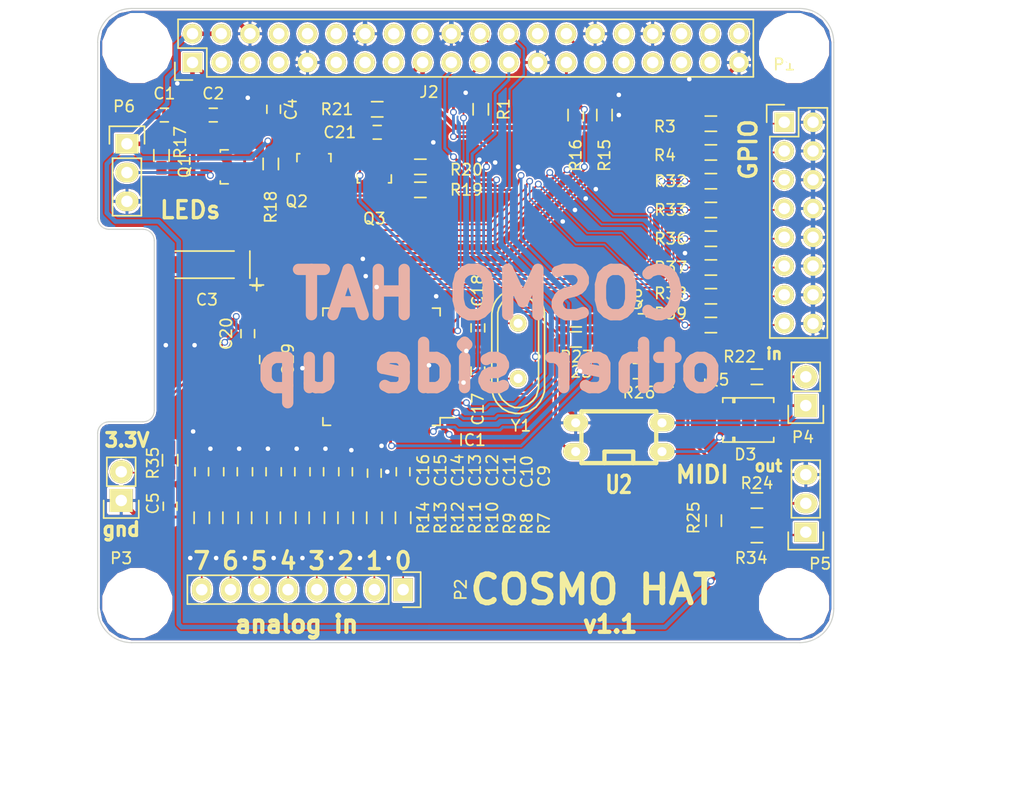
<source format=kicad_pcb>
(kicad_pcb (version 4) (host pcbnew "(2015-10-26 BZR 6283)-product")
  (layers (0 F.Cu signal) (31 B.Cu signal) (34 B.Paste user hide) (35 F.Paste user hide) (36 B.SilkS user hide) (37 F.SilkS user) (38 B.Mask user) (39 F.Mask user) (44 Edge.Cuts user))
  (net 0 "")
  (net 1 GND)
  (net 2 +3V3)
  (net 3 /RPi_GPIO/MOSI)
  (net 4 /RPi_GPIO/MISO)
  (net 5 /RPi_GPIO/SCLK)
  (net 6 /RPi_GPIO/CE0n)
  (net 7 "Net-(C9-Pad2)")
  (net 8 "Net-(C10-Pad2)")
  (net 9 "Net-(C11-Pad2)")
  (net 10 "Net-(C12-Pad2)")
  (net 11 "Net-(C13-Pad2)")
  (net 12 "Net-(C14-Pad2)")
  (net 13 "Net-(C15-Pad2)")
  (net 14 "Net-(C16-Pad2)")
  (net 15 "Net-(C17-Pad1)")
  (net 16 "Net-(C18-Pad1)")
  (net 17 "Net-(C19-Pad2)")
  (net 18 /RPi_GPIO/AVR_RST)
  (net 19 /RPi_GPIO/ID_SC)
  (net 20 /RPi_GPIO/ID_SD)
  (net 21 +5V)
  (net 22 "Net-(C21-Pad2)")
  (net 23 "Net-(Q2-Pad1)")
  (net 24 "Net-(D3-Pad2)")
  (net 25 "Net-(D3-Pad1)")
  (net 26 /RXD1)
  (net 27 /TXD1)
  (net 28 "Net-(P4-Pad2)")
  (net 29 "Net-(P5-Pad2)")
  (net 30 "Net-(Q5-Pad1)")
  (net 31 "Net-(Q5-Pad3)")
  (net 32 "Net-(Q6-Pad1)")
  (net 33 /WS2812/SPI_MOSI)
  (net 34 /WS2812/SPI_CLK)
  (net 35 "Net-(P6-Pad2)")
  (net 36 "Net-(Q1-Pad1)")
  (net 37 /PD4)
  (net 38 /PD5)
  (net 39 /PD6)
  (net 40 /PD7)
  (net 41 /PC2)
  (net 42 /PC3)
  (net 43 /PC4)
  (net 44 /PC5)
  (net 45 "Net-(P5-Pad1)")
  (net 46 "Net-(C5-Pad1)")
  (net 47 "Net-(P1-Pad1)")
  (net 48 "Net-(P1-Pad3)")
  (net 49 "Net-(P1-Pad5)")
  (net 50 "Net-(P1-Pad7)")
  (net 51 "Net-(P1-Pad9)")
  (net 52 "Net-(P1-Pad11)")
  (net 53 "Net-(P1-Pad13)")
  (net 54 "Net-(P1-Pad15)")
  (net 55 "Net-(P2-Pad1)")
  (net 56 "Net-(P2-Pad2)")
  (net 57 "Net-(P2-Pad3)")
  (net 58 "Net-(P2-Pad4)")
  (net 59 "Net-(P2-Pad5)")
  (net 60 "Net-(P2-Pad6)")
  (net 61 "Net-(P2-Pad7)")
  (net 62 "Net-(P2-Pad8)")
  (module RPi_Hat:Pin_Header_Straight_2x20 (layer F.Cu) (at 90.618 60.128 90)
    (fp_text reference J2 (at -3.88 -3.242 360) (layer F.SilkS))
    (fp_text value RPi_GPIO)
    (pad 1 thru_hole rect (at -1.27 -24.13 90) (size 1.7272 1.7272) (drill 1.016) (layers *.Cu *.Mask F.SilkS) (net 2 +3V3))
    (pad 2 thru_hole oval (at 1.27 -24.13 90) (size 1.7272 1.7272) (drill 1.016) (layers *.Cu *.Mask F.SilkS) (net 21 +5V))
    (pad 3 thru_hole oval (at -1.27 -21.59 90) (size 1.7272 1.7272) (drill 1.016) (layers *.Cu *.Mask F.SilkS))
    (pad 4 thru_hole oval (at 1.27 -21.59 90) (size 1.7272 1.7272) (drill 1.016) (layers *.Cu *.Mask F.SilkS) (net 21 +5V))
    (pad 5 thru_hole oval (at -1.27 -19.05 90) (size 1.7272 1.7272) (drill 1.016) (layers *.Cu *.Mask F.SilkS))
    (pad 6 thru_hole oval (at 1.27 -19.05 90) (size 1.7272 1.7272) (drill 1.016) (layers *.Cu *.Mask F.SilkS) (net 1 GND))
    (pad 7 thru_hole oval (at -1.27 -16.51 90) (size 1.7272 1.7272) (drill 1.016) (layers *.Cu *.Mask F.SilkS))
    (pad 8 thru_hole oval (at 1.27 -16.51 90) (size 1.7272 1.7272) (drill 1.016) (layers *.Cu *.Mask F.SilkS))
    (pad 9 thru_hole oval (at -1.27 -13.97 90) (size 1.7272 1.7272) (drill 1.016) (layers *.Cu *.Mask F.SilkS) (net 1 GND))
    (pad 10 thru_hole oval (at 1.27 -13.97 90) (size 1.7272 1.7272) (drill 1.016) (layers *.Cu *.Mask F.SilkS))
    (pad 11 thru_hole oval (at -1.27 -11.43 90) (size 1.7272 1.7272) (drill 1.016) (layers *.Cu *.Mask F.SilkS))
    (pad 12 thru_hole oval (at 1.27 -11.43 90) (size 1.7272 1.7272) (drill 1.016) (layers *.Cu *.Mask F.SilkS))
    (pad 13 thru_hole oval (at -1.27 -8.89 90) (size 1.7272 1.7272) (drill 1.016) (layers *.Cu *.Mask F.SilkS))
    (pad 14 thru_hole oval (at 1.27 -8.89 90) (size 1.7272 1.7272) (drill 1.016) (layers *.Cu *.Mask F.SilkS) (net 1 GND))
    (pad 15 thru_hole oval (at -1.27 -6.35 90) (size 1.7272 1.7272) (drill 1.016) (layers *.Cu *.Mask F.SilkS))
    (pad 16 thru_hole oval (at 1.27 -6.35 90) (size 1.7272 1.7272) (drill 1.016) (layers *.Cu *.Mask F.SilkS))
    (pad 17 thru_hole oval (at -1.27 -3.81 90) (size 1.7272 1.7272) (drill 1.016) (layers *.Cu *.Mask F.SilkS) (net 2 +3V3))
    (pad 18 thru_hole oval (at 1.27 -3.81 90) (size 1.7272 1.7272) (drill 1.016) (layers *.Cu *.Mask F.SilkS))
    (pad 19 thru_hole oval (at -1.27 -1.27 90) (size 1.7272 1.7272) (drill 1.016) (layers *.Cu *.Mask F.SilkS) (net 3 /RPi_GPIO/MOSI))
    (pad 20 thru_hole oval (at 1.27 -1.27 90) (size 1.7272 1.7272) (drill 1.016) (layers *.Cu *.Mask F.SilkS) (net 1 GND))
    (pad 21 thru_hole oval (at -1.27 1.27 90) (size 1.7272 1.7272) (drill 1.016) (layers *.Cu *.Mask F.SilkS) (net 4 /RPi_GPIO/MISO))
    (pad 22 thru_hole oval (at 1.27 1.27 90) (size 1.7272 1.7272) (drill 1.016) (layers *.Cu *.Mask F.SilkS) (net 18 /RPi_GPIO/AVR_RST))
    (pad 23 thru_hole oval (at -1.27 3.81 90) (size 1.7272 1.7272) (drill 1.016) (layers *.Cu *.Mask F.SilkS) (net 5 /RPi_GPIO/SCLK))
    (pad 24 thru_hole oval (at 1.27 3.81 90) (size 1.7272 1.7272) (drill 1.016) (layers *.Cu *.Mask F.SilkS) (net 6 /RPi_GPIO/CE0n))
    (pad 25 thru_hole oval (at -1.27 6.35 90) (size 1.7272 1.7272) (drill 1.016) (layers *.Cu *.Mask F.SilkS) (net 1 GND))
    (pad 26 thru_hole oval (at 1.27 6.35 90) (size 1.7272 1.7272) (drill 1.016) (layers *.Cu *.Mask F.SilkS))
    (pad 27 thru_hole oval (at -1.27 8.89 90) (size 1.7272 1.7272) (drill 1.016) (layers *.Cu *.Mask F.SilkS) (net 20 /RPi_GPIO/ID_SD))
    (pad 28 thru_hole oval (at 1.27 8.89 90) (size 1.7272 1.7272) (drill 1.016) (layers *.Cu *.Mask F.SilkS) (net 19 /RPi_GPIO/ID_SC))
    (pad 29 thru_hole oval (at -1.27 11.43 90) (size 1.7272 1.7272) (drill 1.016) (layers *.Cu *.Mask F.SilkS))
    (pad 30 thru_hole oval (at 1.27 11.43 90) (size 1.7272 1.7272) (drill 1.016) (layers *.Cu *.Mask F.SilkS) (net 1 GND))
    (pad 31 thru_hole oval (at -1.27 13.97 90) (size 1.7272 1.7272) (drill 1.016) (layers *.Cu *.Mask F.SilkS))
    (pad 32 thru_hole oval (at 1.27 13.97 90) (size 1.7272 1.7272) (drill 1.016) (layers *.Cu *.Mask F.SilkS))
    (pad 33 thru_hole oval (at -1.27 16.51 90) (size 1.7272 1.7272) (drill 1.016) (layers *.Cu *.Mask F.SilkS))
    (pad 34 thru_hole oval (at 1.27 16.51 90) (size 1.7272 1.7272) (drill 1.016) (layers *.Cu *.Mask F.SilkS) (net 1 GND))
    (pad 35 thru_hole oval (at -1.27 19.05 90) (size 1.7272 1.7272) (drill 1.016) (layers *.Cu *.Mask F.SilkS))
    (pad 36 thru_hole oval (at 1.27 19.05 90) (size 1.7272 1.7272) (drill 1.016) (layers *.Cu *.Mask F.SilkS))
    (pad 37 thru_hole oval (at -1.27 21.59 90) (size 1.7272 1.7272) (drill 1.016) (layers *.Cu *.Mask F.SilkS))
    (pad 38 thru_hole oval (at 1.27 21.59 90) (size 1.7272 1.7272) (drill 1.016) (layers *.Cu *.Mask F.SilkS))
    (pad 39 thru_hole oval (at -1.27 24.13 90) (size 1.7272 1.7272) (drill 1.016) (layers *.Cu *.Mask F.SilkS) (net 1 GND))
    (pad 40 thru_hole oval (at 1.27 24.13 90) (size 1.7272 1.7272) (drill 1.016) (layers *.Cu *.Mask F.SilkS))
  )
  (module RPi_Hat:RPi_Hat_Mounting_Hole (layer F.Cu) (at 119.618 60.128)
    (fp_text reference "" hide)
    (fp_text value "" hide)
    (pad "" np_thru_hole circle (at 0 0) (size 2.75 2.75) (drill 2.75) (layers *.Cu *.Mask) (clearance 1.725))
  )
  (module RPi_Hat:RPi_Hat_Mounting_Hole (layer F.Cu) (at 119.618 109.128)
    (fp_text reference "" hide)
    (fp_text value "" hide)
    (pad "" np_thru_hole circle (at 0 0) (size 2.75 2.75) (drill 2.75) (layers *.Cu *.Mask) (clearance 1.725))
  )
  (module RPi_Hat:RPi_Hat_Mounting_Hole (layer F.Cu) (at 61.618 109.128)
    (fp_text reference "" hide)
    (fp_text value "" hide)
    (pad "" np_thru_hole circle (at 0 0) (size 2.75 2.75) (drill 2.75) (layers *.Cu *.Mask) (clearance 1.725))
  )
  (module RPi_Hat:RPi_Hat_Mounting_Hole (layer F.Cu) (at 61.618 60.128)
    (fp_text reference "" hide)
    (fp_text value "" hide)
    (pad "" np_thru_hole circle (at 0 0) (size 2.75 2.75) (drill 2.75) (layers *.Cu *.Mask) (clearance 1.725))
  )
  (module Housings_QFP:TQFP-44_10x10mm_Pitch0.8mm (layer F.Cu) (at 83.185 88.265 180)
    (fp_text reference IC1 (at -8.001 -6.477 180) (layer F.SilkS))
    (fp_text value ATMEGA1284P-A)
    (pad 1 smd rect (at -5.7 -4 180) (size 1.5 0.55) (layers F.Cu F.Paste F.Mask) (net 3 /RPi_GPIO/MOSI))
    (pad 2 smd rect (at -5.7 -3.2 180) (size 1.5 0.55) (layers F.Cu F.Paste F.Mask) (net 4 /RPi_GPIO/MISO))
    (pad 3 smd rect (at -5.7 -2.4 180) (size 1.5 0.55) (layers F.Cu F.Paste F.Mask) (net 5 /RPi_GPIO/SCLK))
    (pad 4 smd rect (at -5.7 -1.6 180) (size 1.5 0.55) (layers F.Cu F.Paste F.Mask) (net 18 /RPi_GPIO/AVR_RST))
    (pad 5 smd rect (at -5.7 -0.8 180) (size 1.5 0.55) (layers F.Cu F.Paste F.Mask) (net 2 +3V3))
    (pad 6 smd rect (at -5.7 0 180) (size 1.5 0.55) (layers F.Cu F.Paste F.Mask) (net 1 GND))
    (pad 7 smd rect (at -5.7 0.8 180) (size 1.5 0.55) (layers F.Cu F.Paste F.Mask) (net 15 "Net-(C17-Pad1)"))
    (pad 8 smd rect (at -5.7 1.6 180) (size 1.5 0.55) (layers F.Cu F.Paste F.Mask) (net 16 "Net-(C18-Pad1)"))
    (pad 9 smd rect (at -5.7 2.4 180) (size 1.5 0.55) (layers F.Cu F.Paste F.Mask))
    (pad 10 smd rect (at -5.7 3.2 180) (size 1.5 0.55) (layers F.Cu F.Paste F.Mask) (net 33 /WS2812/SPI_MOSI))
    (pad 11 smd rect (at -5.7 4 180) (size 1.5 0.55) (layers F.Cu F.Paste F.Mask) (net 26 /RXD1))
    (pad 12 smd rect (at -4 5.7 270) (size 1.5 0.55) (layers F.Cu F.Paste F.Mask) (net 27 /TXD1))
    (pad 13 smd rect (at -3.2 5.7 270) (size 1.5 0.55) (layers F.Cu F.Paste F.Mask) (net 37 /PD4))
    (pad 14 smd rect (at -2.4 5.7 270) (size 1.5 0.55) (layers F.Cu F.Paste F.Mask) (net 38 /PD5))
    (pad 15 smd rect (at -1.6 5.7 270) (size 1.5 0.55) (layers F.Cu F.Paste F.Mask) (net 39 /PD6))
    (pad 16 smd rect (at -0.8 5.7 270) (size 1.5 0.55) (layers F.Cu F.Paste F.Mask) (net 40 /PD7))
    (pad 17 smd rect (at 0 5.7 270) (size 1.5 0.55) (layers F.Cu F.Paste F.Mask) (net 2 +3V3))
    (pad 18 smd rect (at 0.8 5.7 270) (size 1.5 0.55) (layers F.Cu F.Paste F.Mask) (net 1 GND))
    (pad 19 smd rect (at 1.6 5.7 270) (size 1.5 0.55) (layers F.Cu F.Paste F.Mask) (net 19 /RPi_GPIO/ID_SC))
    (pad 20 smd rect (at 2.4 5.7 270) (size 1.5 0.55) (layers F.Cu F.Paste F.Mask) (net 20 /RPi_GPIO/ID_SD))
    (pad 21 smd rect (at 3.2 5.7 270) (size 1.5 0.55) (layers F.Cu F.Paste F.Mask) (net 41 /PC2))
    (pad 22 smd rect (at 4 5.7 270) (size 1.5 0.55) (layers F.Cu F.Paste F.Mask) (net 42 /PC3))
    (pad 23 smd rect (at 5.7 4 180) (size 1.5 0.55) (layers F.Cu F.Paste F.Mask) (net 43 /PC4))
    (pad 24 smd rect (at 5.7 3.2 180) (size 1.5 0.55) (layers F.Cu F.Paste F.Mask) (net 44 /PC5))
    (pad 25 smd rect (at 5.7 2.4 180) (size 1.5 0.55) (layers F.Cu F.Paste F.Mask))
    (pad 26 smd rect (at 5.7 1.6 180) (size 1.5 0.55) (layers F.Cu F.Paste F.Mask))
    (pad 27 smd rect (at 5.7 0.8 180) (size 1.5 0.55) (layers F.Cu F.Paste F.Mask) (net 2 +3V3))
    (pad 28 smd rect (at 5.7 0 180) (size 1.5 0.55) (layers F.Cu F.Paste F.Mask) (net 1 GND))
    (pad 29 smd rect (at 5.7 -0.8 180) (size 1.5 0.55) (layers F.Cu F.Paste F.Mask) (net 17 "Net-(C19-Pad2)"))
    (pad 30 smd rect (at 5.7 -1.6 180) (size 1.5 0.55) (layers F.Cu F.Paste F.Mask) (net 14 "Net-(C16-Pad2)"))
    (pad 31 smd rect (at 5.7 -2.4 180) (size 1.5 0.55) (layers F.Cu F.Paste F.Mask) (net 13 "Net-(C15-Pad2)"))
    (pad 32 smd rect (at 5.7 -3.2 180) (size 1.5 0.55) (layers F.Cu F.Paste F.Mask) (net 12 "Net-(C14-Pad2)"))
    (pad 33 smd rect (at 5.7 -4 180) (size 1.5 0.55) (layers F.Cu F.Paste F.Mask) (net 11 "Net-(C13-Pad2)"))
    (pad 34 smd rect (at 4 -5.7 270) (size 1.5 0.55) (layers F.Cu F.Paste F.Mask) (net 10 "Net-(C12-Pad2)"))
    (pad 35 smd rect (at 3.2 -5.7 270) (size 1.5 0.55) (layers F.Cu F.Paste F.Mask) (net 9 "Net-(C11-Pad2)"))
    (pad 36 smd rect (at 2.4 -5.7 270) (size 1.5 0.55) (layers F.Cu F.Paste F.Mask) (net 8 "Net-(C10-Pad2)"))
    (pad 37 smd rect (at 1.6 -5.7 270) (size 1.5 0.55) (layers F.Cu F.Paste F.Mask) (net 7 "Net-(C9-Pad2)"))
    (pad 38 smd rect (at 0.8 -5.7 270) (size 1.5 0.55) (layers F.Cu F.Paste F.Mask) (net 2 +3V3))
    (pad 39 smd rect (at 0 -5.7 270) (size 1.5 0.55) (layers F.Cu F.Paste F.Mask) (net 1 GND))
    (pad 40 smd rect (at -0.8 -5.7 270) (size 1.5 0.55) (layers F.Cu F.Paste F.Mask) (net 34 /WS2812/SPI_CLK))
    (pad 41 smd rect (at -1.6 -5.7 270) (size 1.5 0.55) (layers F.Cu F.Paste F.Mask))
    (pad 42 smd rect (at -2.4 -5.7 270) (size 1.5 0.55) (layers F.Cu F.Paste F.Mask))
    (pad 43 smd rect (at -3.2 -5.7 270) (size 1.5 0.55) (layers F.Cu F.Paste F.Mask))
    (pad 44 smd rect (at -4 -5.7 270) (size 1.5 0.55) (layers F.Cu F.Paste F.Mask) (net 6 /RPi_GPIO/CE0n))
  )
  (module Capacitors_SMD:C_0603_HandSoldering (layer F.Cu) (at 85.09 97.536 270)
    (fp_text reference C9 (at 0.381 -12.446 270) (layer F.SilkS))
    (fp_text value 100n)
    (pad 1 smd rect (at -0.95 0 270) (size 1.2 0.75) (layers F.Cu F.Paste F.Mask) (net 1 GND))
    (pad 2 smd rect (at 0.95 0 270) (size 1.2 0.75) (layers F.Cu F.Paste F.Mask) (net 7 "Net-(C9-Pad2)"))
  )
  (module Capacitors_SMD:C_0603_HandSoldering (layer F.Cu) (at 82.55 97.663 270)
    (fp_text reference C10 (at -0.127 -13.462 270) (layer F.SilkS))
    (fp_text value 100n)
    (pad 1 smd rect (at -0.95 0 270) (size 1.2 0.75) (layers F.Cu F.Paste F.Mask) (net 1 GND))
    (pad 2 smd rect (at 0.95 0 270) (size 1.2 0.75) (layers F.Cu F.Paste F.Mask) (net 8 "Net-(C10-Pad2)"))
  )
  (module Capacitors_SMD:C_0603_HandSoldering (layer F.Cu) (at 80.01 97.536 270)
    (fp_text reference C11 (at -0.127 -14.478 270) (layer F.SilkS))
    (fp_text value 100n)
    (pad 1 smd rect (at -0.95 0 270) (size 1.2 0.75) (layers F.Cu F.Paste F.Mask) (net 1 GND))
    (pad 2 smd rect (at 0.95 0 270) (size 1.2 0.75) (layers F.Cu F.Paste F.Mask) (net 9 "Net-(C11-Pad2)"))
  )
  (module Capacitors_SMD:C_0603_HandSoldering (layer F.Cu) (at 77.47 97.536 270)
    (fp_text reference C12 (at -0.127 -15.494 270) (layer F.SilkS))
    (fp_text value 100n)
    (pad 1 smd rect (at -0.95 0 270) (size 1.2 0.75) (layers F.Cu F.Paste F.Mask) (net 1 GND))
    (pad 2 smd rect (at 0.95 0 270) (size 1.2 0.75) (layers F.Cu F.Paste F.Mask) (net 10 "Net-(C12-Pad2)"))
  )
  (module Capacitors_SMD:C_0603_HandSoldering (layer F.Cu) (at 74.93 97.536 270)
    (fp_text reference C13 (at -0.127 -16.51 270) (layer F.SilkS))
    (fp_text value 100n)
    (pad 1 smd rect (at -0.95 0 270) (size 1.2 0.75) (layers F.Cu F.Paste F.Mask) (net 1 GND))
    (pad 2 smd rect (at 0.95 0 270) (size 1.2 0.75) (layers F.Cu F.Paste F.Mask) (net 11 "Net-(C13-Pad2)"))
  )
  (module Capacitors_SMD:C_0603_HandSoldering (layer F.Cu) (at 72.39 97.536 270)
    (fp_text reference C14 (at -0.127 -17.526 270) (layer F.SilkS))
    (fp_text value 100n)
    (pad 1 smd rect (at -0.95 0 270) (size 1.2 0.75) (layers F.Cu F.Paste F.Mask) (net 1 GND))
    (pad 2 smd rect (at 0.95 0 270) (size 1.2 0.75) (layers F.Cu F.Paste F.Mask) (net 12 "Net-(C14-Pad2)"))
  )
  (module Capacitors_SMD:C_0603_HandSoldering (layer F.Cu) (at 69.85 97.536 270)
    (fp_text reference C15 (at -0.127 -18.542 270) (layer F.SilkS))
    (fp_text value 100n)
    (pad 1 smd rect (at -0.95 0 270) (size 1.2 0.75) (layers F.Cu F.Paste F.Mask) (net 1 GND))
    (pad 2 smd rect (at 0.95 0 270) (size 1.2 0.75) (layers F.Cu F.Paste F.Mask) (net 13 "Net-(C15-Pad2)"))
  )
  (module Capacitors_SMD:C_0603_HandSoldering (layer F.Cu) (at 67.31 97.536 270)
    (fp_text reference C16 (at -0.127 -19.558 270) (layer F.SilkS))
    (fp_text value 100n)
    (pad 1 smd rect (at -0.95 0 270) (size 1.2 0.75) (layers F.Cu F.Paste F.Mask) (net 1 GND))
    (pad 2 smd rect (at 0.95 0 270) (size 1.2 0.75) (layers F.Cu F.Paste F.Mask) (net 14 "Net-(C16-Pad2)"))
  )
  (module Capacitors_SMD:C_0603_HandSoldering (layer F.Cu) (at 91.694 88.646 90)
    (fp_text reference C17 (at -3.3655 0 90) (layer F.SilkS))
    (fp_text value 22p)
    (pad 1 smd rect (at -0.95 0 90) (size 1.2 0.75) (layers F.Cu F.Paste F.Mask) (net 15 "Net-(C17-Pad1)"))
    (pad 2 smd rect (at 0.95 0 90) (size 1.2 0.75) (layers F.Cu F.Paste F.Mask) (net 1 GND))
  )
  (module Capacitors_SMD:C_0603_HandSoldering (layer F.Cu) (at 91.694 84.836 270)
    (fp_text reference C18 (at -3.302 0 270) (layer F.SilkS))
    (fp_text value 22p)
    (pad 1 smd rect (at -0.95 0 270) (size 1.2 0.75) (layers F.Cu F.Paste F.Mask) (net 16 "Net-(C18-Pad1)"))
    (pad 2 smd rect (at 0.95 0 270) (size 1.2 0.75) (layers F.Cu F.Paste F.Mask) (net 1 GND))
  )
  (module Capacitors_SMD:C_0603_HandSoldering (layer F.Cu) (at 73.025 87.63 270)
    (fp_text reference C19 (at 0 -1.9 270) (layer F.SilkS))
    (fp_text value 100n)
    (pad 1 smd rect (at -0.95 0 270) (size 1.2 0.75) (layers F.Cu F.Paste F.Mask) (net 1 GND))
    (pad 2 smd rect (at 0.95 0 270) (size 1.2 0.75) (layers F.Cu F.Paste F.Mask) (net 17 "Net-(C19-Pad2)"))
  )
  (module Capacitors_SMD:C_0603_HandSoldering (layer F.Cu) (at 71.374 85.344 90)
    (fp_text reference C20 (at 0 -1.9 90) (layer F.SilkS))
    (fp_text value 100n)
    (pad 1 smd rect (at -0.95 0 90) (size 1.2 0.75) (layers F.Cu F.Paste F.Mask) (net 1 GND))
    (pad 2 smd rect (at 0.95 0 90) (size 1.2 0.75) (layers F.Cu F.Paste F.Mask) (net 2 +3V3))
  )
  (module Resistors_SMD:R_0603_HandSoldering (layer F.Cu) (at 85.09 101.6 90)
    (fp_text reference R7 (at -0.508 12.446 90) (layer F.SilkS))
    (fp_text value 10k)
    (pad 1 smd rect (at -1.1 0 90) (size 1.2 0.9) (layers F.Cu F.Paste F.Mask) (net 55 "Net-(P2-Pad1)"))
    (pad 2 smd rect (at 1.1 0 90) (size 1.2 0.9) (layers F.Cu F.Paste F.Mask) (net 7 "Net-(C9-Pad2)"))
  )
  (module Resistors_SMD:R_0603_HandSoldering (layer F.Cu) (at 80.01 101.6 90)
    (fp_text reference R8 (at -0.508 16.002 90) (layer F.SilkS))
    (fp_text value 10k)
    (pad 1 smd rect (at -1.1 0 90) (size 1.2 0.9) (layers F.Cu F.Paste F.Mask) (net 57 "Net-(P2-Pad3)"))
    (pad 2 smd rect (at 1.1 0 90) (size 1.2 0.9) (layers F.Cu F.Paste F.Mask) (net 9 "Net-(C11-Pad2)"))
  )
  (module Resistors_SMD:R_0603_HandSoldering (layer F.Cu) (at 74.93 101.6 90)
    (fp_text reference R9 (at -0.508 19.558 90) (layer F.SilkS))
    (fp_text value 10k)
    (pad 1 smd rect (at -1.1 0 90) (size 1.2 0.9) (layers F.Cu F.Paste F.Mask) (net 59 "Net-(P2-Pad5)"))
    (pad 2 smd rect (at 1.1 0 90) (size 1.2 0.9) (layers F.Cu F.Paste F.Mask) (net 11 "Net-(C13-Pad2)"))
  )
  (module Resistors_SMD:R_0603_HandSoldering (layer F.Cu) (at 69.85 101.6 90)
    (fp_text reference R10 (at 0 23.114 90) (layer F.SilkS))
    (fp_text value 10k)
    (pad 1 smd rect (at -1.1 0 90) (size 1.2 0.9) (layers F.Cu F.Paste F.Mask) (net 61 "Net-(P2-Pad7)"))
    (pad 2 smd rect (at 1.1 0 90) (size 1.2 0.9) (layers F.Cu F.Paste F.Mask) (net 13 "Net-(C15-Pad2)"))
  )
  (module Resistors_SMD:R_0603_HandSoldering (layer F.Cu) (at 82.55 101.6 90)
    (fp_text reference R11 (at 0 8.89 90) (layer F.SilkS))
    (fp_text value 10k)
    (pad 1 smd rect (at -1.1 0 90) (size 1.2 0.9) (layers F.Cu F.Paste F.Mask) (net 56 "Net-(P2-Pad2)"))
    (pad 2 smd rect (at 1.1 0 90) (size 1.2 0.9) (layers F.Cu F.Paste F.Mask) (net 8 "Net-(C10-Pad2)"))
  )
  (module Resistors_SMD:R_0603_HandSoldering (layer F.Cu) (at 77.47 101.6 90)
    (fp_text reference R12 (at 0 12.446 90) (layer F.SilkS))
    (fp_text value 10k)
    (pad 1 smd rect (at -1.1 0 90) (size 1.2 0.9) (layers F.Cu F.Paste F.Mask) (net 58 "Net-(P2-Pad4)"))
    (pad 2 smd rect (at 1.1 0 90) (size 1.2 0.9) (layers F.Cu F.Paste F.Mask) (net 10 "Net-(C12-Pad2)"))
  )
  (module Resistors_SMD:R_0603_HandSoldering (layer F.Cu) (at 72.39 101.6 90)
    (fp_text reference R13 (at 0 16.002 90) (layer F.SilkS))
    (fp_text value 10k)
    (pad 1 smd rect (at -1.1 0 90) (size 1.2 0.9) (layers F.Cu F.Paste F.Mask) (net 60 "Net-(P2-Pad6)"))
    (pad 2 smd rect (at 1.1 0 90) (size 1.2 0.9) (layers F.Cu F.Paste F.Mask) (net 12 "Net-(C14-Pad2)"))
  )
  (module Resistors_SMD:R_0603_HandSoldering (layer F.Cu) (at 67.31 101.6 90)
    (fp_text reference R14 (at 0 19.558 90) (layer F.SilkS))
    (fp_text value 10k)
    (pad 1 smd rect (at -1.1 0 90) (size 1.2 0.9) (layers F.Cu F.Paste F.Mask) (net 62 "Net-(P2-Pad8)"))
    (pad 2 smd rect (at 1.1 0 90) (size 1.2 0.9) (layers F.Cu F.Paste F.Mask) (net 14 "Net-(C16-Pad2)"))
  )
  (module Resistors_SMD:R_0603_HandSoldering (layer F.Cu) (at 102.87 66.04 270)
    (fp_text reference R15 (at 3.556 0 270) (layer F.SilkS))
    (fp_text value 4.7k)
    (pad 1 smd rect (at -1.1 0 270) (size 1.2 0.9) (layers F.Cu F.Paste F.Mask) (net 19 /RPi_GPIO/ID_SC))
    (pad 2 smd rect (at 1.1 0 270) (size 1.2 0.9) (layers F.Cu F.Paste F.Mask) (net 2 +3V3))
  )
  (module Resistors_SMD:R_0603_HandSoldering (layer F.Cu) (at 100.33 66.04 270)
    (fp_text reference R16 (at 3.556 0 270) (layer F.SilkS))
    (fp_text value 4.7k)
    (pad 1 smd rect (at -1.1 0 270) (size 1.2 0.9) (layers F.Cu F.Paste F.Mask) (net 20 /RPi_GPIO/ID_SD))
    (pad 2 smd rect (at 1.1 0 270) (size 1.2 0.9) (layers F.Cu F.Paste F.Mask) (net 2 +3V3))
  )
  (module Capacitors_SMD:C_0603_HandSoldering (layer F.Cu) (at 82.804 67.564)
    (fp_text reference C21 (at -3.302 0) (layer F.SilkS))
    (fp_text value 220p)
    (pad 1 smd rect (at -0.95 0) (size 1.2 0.75) (layers F.Cu F.Paste F.Mask) (net 1 GND))
    (pad 2 smd rect (at 0.95 0) (size 1.2 0.75) (layers F.Cu F.Paste F.Mask) (net 22 "Net-(C21-Pad2)"))
  )
  (module Housings_SOT-23_SOT-143_TSOT-6:SOT-23_Handsoldering (layer F.Cu) (at 69.596 70.612 90)
    (fp_text reference Q1 (at 0 -3.81 90) (layer F.SilkS))
    (fp_text value S9013)
    (pad 1 smd rect (at -0.95 1.50114 90) (size 0.8001 1.80086) (layers F.Cu F.Paste F.Mask) (net 36 "Net-(Q1-Pad1)"))
    (pad 2 smd rect (at 0.95 1.50114 90) (size 0.8001 1.80086) (layers F.Cu F.Paste F.Mask) (net 1 GND))
    (pad 3 smd rect (at 0 -1.50114 90) (size 0.8001 1.80086) (layers F.Cu F.Paste F.Mask) (net 35 "Net-(P6-Pad2)"))
  )
  (module Resistors_SMD:R_0603_HandSoldering (layer F.Cu) (at 63.754 69.596 90)
    (fp_text reference R17 (at 1.143 1.651 90) (layer F.SilkS))
    (fp_text value 1k)
    (pad 1 smd rect (at -1.1 0 90) (size 1.2 0.9) (layers F.Cu F.Paste F.Mask) (net 35 "Net-(P6-Pad2)"))
    (pad 2 smd rect (at 1.1 0 90) (size 1.2 0.9) (layers F.Cu F.Paste F.Mask) (net 21 +5V))
  )
  (module Resistors_SMD:R_0603_HandSoldering (layer F.Cu) (at 73.406 70.358 90)
    (fp_text reference R18 (at -3.81 0 90) (layer F.SilkS))
    (fp_text value 10k)
    (pad 1 smd rect (at -1.1 0 90) (size 1.2 0.9) (layers F.Cu F.Paste F.Mask) (net 36 "Net-(Q1-Pad1)"))
    (pad 2 smd rect (at 1.1 0 90) (size 1.2 0.9) (layers F.Cu F.Paste F.Mask) (net 21 +5V))
  )
  (module Resistors_SMD:R_0603_HandSoldering (layer F.Cu) (at 86.614 72.644)
    (fp_text reference R19 (at 4.064 0) (layer F.SilkS))
    (fp_text value 1.5k)
    (pad 1 smd rect (at -1.1 0) (size 1.2 0.9) (layers F.Cu F.Paste F.Mask) (net 23 "Net-(Q2-Pad1)"))
    (pad 2 smd rect (at 1.1 0) (size 1.2 0.9) (layers F.Cu F.Paste F.Mask) (net 34 /WS2812/SPI_CLK))
  )
  (module Housings_SOT-23_SOT-143_TSOT-6:SOT-23_Handsoldering (layer F.Cu) (at 77.216 70.104)
    (fp_text reference Q2 (at -1.524 3.556) (layer F.SilkS))
    (fp_text value S9013)
    (pad 1 smd rect (at -0.95 1.50114) (size 0.8001 1.80086) (layers F.Cu F.Paste F.Mask) (net 23 "Net-(Q2-Pad1)"))
    (pad 2 smd rect (at 0.95 1.50114) (size 0.8001 1.80086) (layers F.Cu F.Paste F.Mask) (net 1 GND))
    (pad 3 smd rect (at 0 -1.50114) (size 0.8001 1.80086) (layers F.Cu F.Paste F.Mask) (net 36 "Net-(Q1-Pad1)"))
  )
  (module Housings_SOT-23_SOT-143_TSOT-6:SOT-23_Handsoldering (layer F.Cu) (at 82.55 71.374 180)
    (fp_text reference Q3 (at 0 -3.81 180) (layer F.SilkS))
    (fp_text value S9013)
    (pad 1 smd rect (at -0.95 1.50114 180) (size 0.8001 1.80086) (layers F.Cu F.Paste F.Mask) (net 22 "Net-(C21-Pad2)"))
    (pad 2 smd rect (at 0.95 1.50114 180) (size 0.8001 1.80086) (layers F.Cu F.Paste F.Mask) (net 33 /WS2812/SPI_MOSI))
    (pad 3 smd rect (at 0 -1.50114 180) (size 0.8001 1.80086) (layers F.Cu F.Paste F.Mask) (net 23 "Net-(Q2-Pad1)"))
  )
  (module Resistors_SMD:R_0603_HandSoldering (layer F.Cu) (at 86.614 70.612)
    (fp_text reference R20 (at 4.064 0.254) (layer F.SilkS))
    (fp_text value 4.7k)
    (pad 1 smd rect (at -1.1 0) (size 1.2 0.9) (layers F.Cu F.Paste F.Mask) (net 22 "Net-(C21-Pad2)"))
    (pad 2 smd rect (at 1.1 0) (size 1.2 0.9) (layers F.Cu F.Paste F.Mask) (net 34 /WS2812/SPI_CLK))
  )
  (module Resistors_SMD:R_0603_HandSoldering (layer F.Cu) (at 82.804 65.532)
    (fp_text reference R21 (at -3.556 0) (layer F.SilkS))
    (fp_text value 1.1k)
    (pad 1 smd rect (at -1.1 0) (size 1.2 0.9) (layers F.Cu F.Paste F.Mask) (net 1 GND))
    (pad 2 smd rect (at 1.1 0) (size 1.2 0.9) (layers F.Cu F.Paste F.Mask) (net 22 "Net-(C21-Pad2)"))
  )
  (module Diodes_SMD:Diode-DO-214BA (layer F.Cu) (at 115.57 92.964)
    (fp_text reference D3 (at -0.254 3.048) (layer F.SilkS))
    (fp_text value 1N4007)
    (pad 2 smd rect (at 1.7 0) (size 2 2.5) (layers F.Cu F.Paste F.Mask) (net 24 "Net-(D3-Pad2)"))
    (pad 1 smd rect (at -1.7 0) (size 2 2.5) (layers F.Cu F.Paste F.Mask) (net 25 "Net-(D3-Pad1)"))
  )
  (module Pin_Headers:Pin_Header_Straight_1x02 (layer F.Cu) (at 120.65 91.694 180)
    (fp_text reference P4 (at 0.254 -2.794 180) (layer F.SilkS))
    (fp_text value "MIDI IN")
    (pad 1 thru_hole rect (at 0 0 180) (size 2.032 2.032) (drill 1.016) (layers *.Cu *.Mask F.SilkS) (net 24 "Net-(D3-Pad2)"))
    (pad 2 thru_hole oval (at 0 2.54 180) (size 2.032 2.032) (drill 1.016) (layers *.Cu *.Mask F.SilkS) (net 28 "Net-(P4-Pad2)"))
  )
  (module Pin_Headers:Pin_Header_Straight_1x03 (layer F.Cu) (at 120.65 102.87 180)
    (fp_text reference P5 (at -1.27 -2.794 180) (layer F.SilkS))
    (fp_text value "MIDI OUT")
    (pad 1 thru_hole rect (at 0 0 180) (size 2.032 1.7272) (drill 1.016) (layers *.Cu *.Mask F.SilkS) (net 45 "Net-(P5-Pad1)"))
    (pad 2 thru_hole oval (at 0 2.54 180) (size 2.032 1.7272) (drill 1.016) (layers *.Cu *.Mask F.SilkS) (net 29 "Net-(P5-Pad2)"))
    (pad 3 thru_hole oval (at 0 5.08 180) (size 2.032 1.7272) (drill 1.016) (layers *.Cu *.Mask F.SilkS) (net 1 GND))
  )
  (module Housings_SOT-23_SOT-143_TSOT-6:SOT-23_Handsoldering (layer F.Cu) (at 110.236 89.408 180)
    (fp_text reference Q5 (at -2.667 0 180) (layer F.SilkS))
    (fp_text value S9013)
    (pad 1 smd rect (at -0.95 1.50114 180) (size 0.8001 1.80086) (layers F.Cu F.Paste F.Mask) (net 30 "Net-(Q5-Pad1)"))
    (pad 2 smd rect (at 0.95 1.50114 180) (size 0.8001 1.80086) (layers F.Cu F.Paste F.Mask) (net 1 GND))
    (pad 3 smd rect (at 0 -1.50114 180) (size 0.8001 1.80086) (layers F.Cu F.Paste F.Mask) (net 31 "Net-(Q5-Pad3)"))
  )
  (module Housings_SOT-23_SOT-143_TSOT-6:SOT-23_Handsoldering (layer F.Cu) (at 105.918 85.09 270)
    (fp_text reference Q6 (at -2.794 0.254 270) (layer F.SilkS))
    (fp_text value S9013)
    (pad 1 smd rect (at -0.95 1.50114 270) (size 0.8001 1.80086) (layers F.Cu F.Paste F.Mask) (net 32 "Net-(Q6-Pad1)"))
    (pad 2 smd rect (at 0.95 1.50114 270) (size 0.8001 1.80086) (layers F.Cu F.Paste F.Mask) (net 1 GND))
    (pad 3 smd rect (at 0 -1.50114 270) (size 0.8001 1.80086) (layers F.Cu F.Paste F.Mask) (net 30 "Net-(Q5-Pad1)"))
  )
  (module Resistors_SMD:R_0603_HandSoldering (layer F.Cu) (at 116.332 89.154 180)
    (fp_text reference R22 (at 1.524 1.778 180) (layer F.SilkS))
    (fp_text value 220)
    (pad 1 smd rect (at -1.1 0 180) (size 1.2 0.9) (layers F.Cu F.Paste F.Mask) (net 28 "Net-(P4-Pad2)"))
    (pad 2 smd rect (at 1.1 0 180) (size 1.2 0.9) (layers F.Cu F.Paste F.Mask) (net 25 "Net-(D3-Pad1)"))
  )
  (module Resistors_SMD:R_0603_HandSoldering (layer F.Cu) (at 100.33 85.852 180)
    (fp_text reference R23 (at 0 -2.8575 180) (layer F.SilkS))
    (fp_text value 1k)
    (pad 1 smd rect (at -1.1 0 180) (size 1.2 0.9) (layers F.Cu F.Paste F.Mask) (net 2 +3V3))
    (pad 2 smd rect (at 1.1 0 180) (size 1.2 0.9) (layers F.Cu F.Paste F.Mask) (net 26 /RXD1))
  )
  (module Resistors_SMD:R_0603_HandSoldering (layer F.Cu) (at 116.332 100.076 180)
    (fp_text reference R24 (at 0 1.524 180) (layer F.SilkS))
    (fp_text value 220)
    (pad 1 smd rect (at -1.1 0 180) (size 1.2 0.9) (layers F.Cu F.Paste F.Mask) (net 29 "Net-(P5-Pad2)"))
    (pad 2 smd rect (at 1.1 0 180) (size 1.2 0.9) (layers F.Cu F.Paste F.Mask) (net 31 "Net-(Q5-Pad3)"))
  )
  (module Resistors_SMD:R_0603_HandSoldering (layer F.Cu) (at 112.522 101.854 270)
    (fp_text reference R25 (at -0.254 1.778 270) (layer F.SilkS))
    (fp_text value 10k)
    (pad 1 smd rect (at -1.1 0 270) (size 1.2 0.9) (layers F.Cu F.Paste F.Mask) (net 31 "Net-(Q5-Pad3)"))
    (pad 2 smd rect (at 1.1 0 270) (size 1.2 0.9) (layers F.Cu F.Paste F.Mask) (net 21 +5V))
  )
  (module Resistors_SMD:R_0603_HandSoldering (layer F.Cu) (at 105.918 88.646 180)
    (fp_text reference R26 (at 0 -1.9 180) (layer F.SilkS))
    (fp_text value 10k)
    (pad 1 smd rect (at -1.1 0 180) (size 1.2 0.9) (layers F.Cu F.Paste F.Mask) (net 30 "Net-(Q5-Pad1)"))
    (pad 2 smd rect (at 1.1 0 180) (size 1.2 0.9) (layers F.Cu F.Paste F.Mask) (net 2 +3V3))
  )
  (module Resistors_SMD:R_0603_HandSoldering (layer F.Cu) (at 100.33 84.074 180)
    (fp_text reference R27 (at -0.0635 -3.302 180) (layer F.SilkS))
    (fp_text value 10k)
    (pad 1 smd rect (at -1.1 0 180) (size 1.2 0.9) (layers F.Cu F.Paste F.Mask) (net 32 "Net-(Q6-Pad1)"))
    (pad 2 smd rect (at 1.1 0 180) (size 1.2 0.9) (layers F.Cu F.Paste F.Mask) (net 27 /TXD1))
  )
  (module Pin_Headers:Pin_Header_Straight_1x03 (layer F.Cu) (at 60.706 68.58)
    (fp_text reference P6 (at -0.254 -3.302) (layer F.SilkS))
    (fp_text value ws2812)
    (pad 1 thru_hole rect (at 0 0) (size 2.032 1.7272) (drill 1.016) (layers *.Cu *.Mask F.SilkS) (net 21 +5V))
    (pad 2 thru_hole oval (at 0 2.54) (size 2.032 1.7272) (drill 1.016) (layers *.Cu *.Mask F.SilkS) (net 35 "Net-(P6-Pad2)"))
    (pad 3 thru_hole oval (at 0 5.08) (size 2.032 1.7272) (drill 1.016) (layers *.Cu *.Mask F.SilkS) (net 1 GND))
  )
  (module Resistors_SMD:R_0603_HandSoldering (layer F.Cu) (at 91.948 65.532 270)
    (fp_text reference R1 (at 0 -2.032 270) (layer F.SilkS))
    (fp_text value 10k)
    (pad 1 smd rect (at -1.1 0 270) (size 1.2 0.9) (layers F.Cu F.Paste F.Mask) (net 18 /RPi_GPIO/AVR_RST))
    (pad 2 smd rect (at 1.1 0 270) (size 1.2 0.9) (layers F.Cu F.Paste F.Mask) (net 2 +3V3))
  )
  (module Resistors_SMD:R_0603_HandSoldering (layer F.Cu) (at 112.268 66.802 180)
    (fp_text reference R3 (at 4.064 -0.254 180) (layer F.SilkS))
    (fp_text value 220)
    (pad 1 smd rect (at -1.1 0 180) (size 1.2 0.9) (layers F.Cu F.Paste F.Mask) (net 47 "Net-(P1-Pad1)"))
    (pad 2 smd rect (at 1.1 0 180) (size 1.2 0.9) (layers F.Cu F.Paste F.Mask) (net 37 /PD4))
  )
  (module Resistors_SMD:R_0603_HandSoldering (layer F.Cu) (at 112.268 69.342 180)
    (fp_text reference R4 (at 4.064 -0.254 180) (layer F.SilkS))
    (fp_text value 220)
    (pad 1 smd rect (at -1.1 0 180) (size 1.2 0.9) (layers F.Cu F.Paste F.Mask) (net 48 "Net-(P1-Pad3)"))
    (pad 2 smd rect (at 1.1 0 180) (size 1.2 0.9) (layers F.Cu F.Paste F.Mask) (net 38 /PD5))
  )
  (module Resistors_SMD:R_0603_HandSoldering (layer F.Cu) (at 112.268 71.882 180)
    (fp_text reference R32 (at 3.556 0 180) (layer F.SilkS))
    (fp_text value 220)
    (pad 1 smd rect (at -1.1 0 180) (size 1.2 0.9) (layers F.Cu F.Paste F.Mask) (net 49 "Net-(P1-Pad5)"))
    (pad 2 smd rect (at 1.1 0 180) (size 1.2 0.9) (layers F.Cu F.Paste F.Mask) (net 39 /PD6))
  )
  (module Resistors_SMD:R_0603_HandSoldering (layer F.Cu) (at 112.268 74.422 180)
    (fp_text reference R33 (at 3.556 0 180) (layer F.SilkS))
    (fp_text value 220)
    (pad 1 smd rect (at -1.1 0 180) (size 1.2 0.9) (layers F.Cu F.Paste F.Mask) (net 50 "Net-(P1-Pad7)"))
    (pad 2 smd rect (at 1.1 0 180) (size 1.2 0.9) (layers F.Cu F.Paste F.Mask) (net 40 /PD7))
  )
  (module Capacitors_SMD:C_0603_HandSoldering (layer F.Cu) (at 64.008 66.04)
    (fp_text reference C1 (at 0 -1.9) (layer F.SilkS))
    (fp_text value 1u)
    (pad 1 smd rect (at -0.95 0) (size 1.2 0.75) (layers F.Cu F.Paste F.Mask) (net 21 +5V))
    (pad 2 smd rect (at 0.95 0) (size 1.2 0.75) (layers F.Cu F.Paste F.Mask) (net 1 GND))
  )
  (module Capacitors_SMD:C_0603_HandSoldering (layer F.Cu) (at 68.326 66.04)
    (fp_text reference C2 (at 0 -1.9) (layer F.SilkS))
    (fp_text value 1u)
    (pad 1 smd rect (at -0.95 0) (size 1.2 0.75) (layers F.Cu F.Paste F.Mask) (net 2 +3V3))
    (pad 2 smd rect (at 0.95 0) (size 1.2 0.75) (layers F.Cu F.Paste F.Mask) (net 1 GND))
  )
  (module w_pth_circuits:dil_4-300 (layer F.Cu) (at 104.14 94.488 90)
    (fp_text reference U2 (at -4.191 0 180) (layer F.SilkS) (effects (font (size 1.524 1.143) (thickness 0.28702))))
    (fp_text value LTV-817 hide)
    (pad 1 thru_hole oval (at -1.27 3.81 90) (size 1.4986 2.1971) (drill 0.8001) (layers *.Cu *.Mask F.SilkS) (net 25 "Net-(D3-Pad1)"))
    (pad 2 thru_hole oval (at 1.27 3.81 90) (size 1.4986 2.1971) (drill 0.8001) (layers *.Cu *.Mask F.SilkS) (net 24 "Net-(D3-Pad2)"))
    (pad 3 thru_hole oval (at 1.27 -3.81 90) (size 1.49606 2.19456) (drill 0.8001) (layers *.Cu *.Mask F.SilkS) (net 1 GND))
    (pad 4 thru_hole oval (at -1.27 -3.81 90) (size 1.49606 2.19456) (drill 0.8001) (layers *.Cu *.Mask F.SilkS) (net 26 /RXD1))
  )
  (module Capacitors_Tantalum_SMD:TantalC_SizeA_EIA-3216_HandSoldering (layer F.Cu) (at 67.564 79.248 180)
    (fp_text reference C3 (at -0.20066 -3.0988 180) (layer F.SilkS))
    (fp_text value 10u)
    (fp_text user + (at -4.59994 -1.80086 180) (layer F.SilkS))
    (pad 2 smd rect (at 1.99898 0 180) (size 2.99974 1.50114) (layers F.Cu F.Paste F.Mask) (net 1 GND))
    (pad 1 smd rect (at -1.99898 0 180) (size 2.99974 1.50114) (layers F.Cu F.Paste F.Mask) (net 2 +3V3))
  )
  (module Capacitors_SMD:C_0603_HandSoldering (layer F.Cu) (at 73.66 65.532 90)
    (fp_text reference C4 (at 0 1.524 90) (layer F.SilkS))
    (fp_text value 100n)
    (pad 1 smd rect (at -0.95 0 90) (size 1.2 0.75) (layers F.Cu F.Paste F.Mask) (net 21 +5V))
    (pad 2 smd rect (at 0.95 0 90) (size 1.2 0.75) (layers F.Cu F.Paste F.Mask) (net 1 GND))
  )
  (module Resistors_SMD:R_0603_HandSoldering (layer F.Cu) (at 116.332 103.124 180)
    (fp_text reference R34 (at 0.508 -2.032 180) (layer F.SilkS))
    (fp_text value 220)
    (pad 1 smd rect (at -1.1 0 180) (size 1.2 0.9) (layers F.Cu F.Paste F.Mask) (net 45 "Net-(P5-Pad1)"))
    (pad 2 smd rect (at 1.1 0 180) (size 1.2 0.9) (layers F.Cu F.Paste F.Mask) (net 21 +5V))
  )
  (module Crystals:Crystal_HC49-U_Vertical (layer F.Cu) (at 95.25 86.868 90)
    (fp_text reference Y1 (at -6.604 0.254 180) (layer F.SilkS))
    (fp_text value Crystal)
    (pad 1 thru_hole circle (at -2.44094 0 90) (size 1.50114 1.50114) (drill 0.8001) (layers *.Cu *.Mask F.SilkS) (net 15 "Net-(C17-Pad1)"))
    (pad 2 thru_hole circle (at 2.44094 0 90) (size 1.50114 1.50114) (drill 0.8001) (layers *.Cu *.Mask F.SilkS) (net 16 "Net-(C18-Pad1)"))
  )
  (module Capacitors_SMD:C_0603_HandSoldering (layer F.Cu) (at 64.516 100.584 270)
    (fp_text reference C5 (at -0.254 1.524 270) (layer F.SilkS))
    (fp_text value 1u)
    (pad 1 smd rect (at -0.95 0 270) (size 1.2 0.75) (layers F.Cu F.Paste F.Mask) (net 46 "Net-(C5-Pad1)"))
    (pad 2 smd rect (at 0.95 0 270) (size 1.2 0.75) (layers F.Cu F.Paste F.Mask) (net 1 GND))
  )
  (module Resistors_SMD:R_0603_HandSoldering (layer F.Cu) (at 64.516 96.52 90)
    (fp_text reference R35 (at -0.254 -1.524 90) (layer F.SilkS))
    (fp_text value 220)
    (pad 1 smd rect (at -1.1 0 90) (size 1.2 0.9) (layers F.Cu F.Paste F.Mask) (net 46 "Net-(C5-Pad1)"))
    (pad 2 smd rect (at 1.1 0 90) (size 1.2 0.9) (layers F.Cu F.Paste F.Mask) (net 2 +3V3))
  )
  (module Resistors_SMD:R_0603_HandSoldering (layer F.Cu) (at 112.268 76.962)
    (fp_text reference R36 (at -3.556 0) (layer F.SilkS))
    (fp_text value 220)
    (pad 1 smd rect (at -1.1 0) (size 1.2 0.9) (layers F.Cu F.Paste F.Mask) (net 41 /PC2))
    (pad 2 smd rect (at 1.1 0) (size 1.2 0.9) (layers F.Cu F.Paste F.Mask) (net 51 "Net-(P1-Pad9)"))
  )
  (module Resistors_SMD:R_0603_HandSoldering (layer F.Cu) (at 112.268 79.502)
    (fp_text reference R37 (at -3.556 0) (layer F.SilkS))
    (fp_text value 220)
    (pad 1 smd rect (at -1.1 0) (size 1.2 0.9) (layers F.Cu F.Paste F.Mask) (net 42 /PC3))
    (pad 2 smd rect (at 1.1 0) (size 1.2 0.9) (layers F.Cu F.Paste F.Mask) (net 52 "Net-(P1-Pad11)"))
  )
  (module Resistors_SMD:R_0603_HandSoldering (layer F.Cu) (at 112.268 82.042)
    (fp_text reference R38 (at -3.556 -0.254) (layer F.SilkS))
    (fp_text value 220)
    (pad 1 smd rect (at -1.1 0) (size 1.2 0.9) (layers F.Cu F.Paste F.Mask) (net 43 /PC4))
    (pad 2 smd rect (at 1.1 0) (size 1.2 0.9) (layers F.Cu F.Paste F.Mask) (net 53 "Net-(P1-Pad13)"))
  )
  (module Resistors_SMD:R_0603_HandSoldering (layer F.Cu) (at 112.268 84.582)
    (fp_text reference R39 (at -3.556 -1.016) (layer F.SilkS))
    (fp_text value 220)
    (pad 1 smd rect (at -1.1 0) (size 1.2 0.9) (layers F.Cu F.Paste F.Mask) (net 44 /PC5))
    (pad 2 smd rect (at 1.1 0) (size 1.2 0.9) (layers F.Cu F.Paste F.Mask) (net 54 "Net-(P1-Pad15)"))
  )
  (module Pin_Headers:Pin_Header_Straight_2x08 (layer F.Cu) (at 118.745 66.675)
    (fp_text reference P1 (at 0 -5.1) (layer F.SilkS))
    (fp_text value GPIO)
    (pad 1 thru_hole rect (at 0 0) (size 1.7272 1.7272) (drill 1.016) (layers *.Cu *.Mask F.SilkS) (net 47 "Net-(P1-Pad1)"))
    (pad 2 thru_hole oval (at 2.54 0) (size 1.7272 1.7272) (drill 1.016) (layers *.Cu *.Mask F.SilkS) (net 1 GND))
    (pad 3 thru_hole oval (at 0 2.54) (size 1.7272 1.7272) (drill 1.016) (layers *.Cu *.Mask F.SilkS) (net 48 "Net-(P1-Pad3)"))
    (pad 4 thru_hole oval (at 2.54 2.54) (size 1.7272 1.7272) (drill 1.016) (layers *.Cu *.Mask F.SilkS) (net 1 GND))
    (pad 5 thru_hole oval (at 0 5.08) (size 1.7272 1.7272) (drill 1.016) (layers *.Cu *.Mask F.SilkS) (net 49 "Net-(P1-Pad5)"))
    (pad 6 thru_hole oval (at 2.54 5.08) (size 1.7272 1.7272) (drill 1.016) (layers *.Cu *.Mask F.SilkS) (net 1 GND))
    (pad 7 thru_hole oval (at 0 7.62) (size 1.7272 1.7272) (drill 1.016) (layers *.Cu *.Mask F.SilkS) (net 50 "Net-(P1-Pad7)"))
    (pad 8 thru_hole oval (at 2.54 7.62) (size 1.7272 1.7272) (drill 1.016) (layers *.Cu *.Mask F.SilkS) (net 1 GND))
    (pad 9 thru_hole oval (at 0 10.16) (size 1.7272 1.7272) (drill 1.016) (layers *.Cu *.Mask F.SilkS) (net 51 "Net-(P1-Pad9)"))
    (pad 10 thru_hole oval (at 2.54 10.16) (size 1.7272 1.7272) (drill 1.016) (layers *.Cu *.Mask F.SilkS) (net 1 GND))
    (pad 11 thru_hole oval (at 0 12.7) (size 1.7272 1.7272) (drill 1.016) (layers *.Cu *.Mask F.SilkS) (net 52 "Net-(P1-Pad11)"))
    (pad 12 thru_hole oval (at 2.54 12.7) (size 1.7272 1.7272) (drill 1.016) (layers *.Cu *.Mask F.SilkS) (net 1 GND))
    (pad 13 thru_hole oval (at 0 15.24) (size 1.7272 1.7272) (drill 1.016) (layers *.Cu *.Mask F.SilkS) (net 53 "Net-(P1-Pad13)"))
    (pad 14 thru_hole oval (at 2.54 15.24) (size 1.7272 1.7272) (drill 1.016) (layers *.Cu *.Mask F.SilkS) (net 1 GND))
    (pad 15 thru_hole oval (at 0 17.78) (size 1.7272 1.7272) (drill 1.016) (layers *.Cu *.Mask F.SilkS) (net 54 "Net-(P1-Pad15)"))
    (pad 16 thru_hole oval (at 2.54 17.78) (size 1.7272 1.7272) (drill 1.016) (layers *.Cu *.Mask F.SilkS) (net 1 GND))
  )
  (module Pin_Headers:Pin_Header_Straight_1x02 (layer F.Cu) (at 60.198 100.076 180)
    (fp_text reference P3 (at 0 -5.1 180) (layer F.SilkS))
    (fp_text value APWR)
    (pad 1 thru_hole rect (at 0 0 180) (size 2.032 2.032) (drill 1.016) (layers *.Cu *.Mask F.SilkS) (net 1 GND))
    (pad 2 thru_hole oval (at 0 2.54 180) (size 2.032 2.032) (drill 1.016) (layers *.Cu *.Mask F.SilkS) (net 46 "Net-(C5-Pad1)"))
  )
  (module Pin_Headers:Pin_Header_Straight_1x08 (layer F.Cu) (at 85.09 107.95 270)
    (fp_text reference P2 (at 0 -5.1 270) (layer F.SilkS))
    (fp_text value ADC)
    (pad 1 thru_hole rect (at 0 0 270) (size 2.032 1.7272) (drill 1.016) (layers *.Cu *.Mask F.SilkS) (net 55 "Net-(P2-Pad1)"))
    (pad 2 thru_hole oval (at 0 2.54 270) (size 2.032 1.7272) (drill 1.016) (layers *.Cu *.Mask F.SilkS) (net 56 "Net-(P2-Pad2)"))
    (pad 3 thru_hole oval (at 0 5.08 270) (size 2.032 1.7272) (drill 1.016) (layers *.Cu *.Mask F.SilkS) (net 57 "Net-(P2-Pad3)"))
    (pad 4 thru_hole oval (at 0 7.62 270) (size 2.032 1.7272) (drill 1.016) (layers *.Cu *.Mask F.SilkS) (net 58 "Net-(P2-Pad4)"))
    (pad 5 thru_hole oval (at 0 10.16 270) (size 2.032 1.7272) (drill 1.016) (layers *.Cu *.Mask F.SilkS) (net 59 "Net-(P2-Pad5)"))
    (pad 6 thru_hole oval (at 0 12.7 270) (size 2.032 1.7272) (drill 1.016) (layers *.Cu *.Mask F.SilkS) (net 60 "Net-(P2-Pad6)"))
    (pad 7 thru_hole oval (at 0 15.24 270) (size 2.032 1.7272) (drill 1.016) (layers *.Cu *.Mask F.SilkS) (net 61 "Net-(P2-Pad7)"))
    (pad 8 thru_hole oval (at 0 17.78 270) (size 2.032 1.7272) (drill 1.016) (layers *.Cu *.Mask F.SilkS) (net 62 "Net-(P2-Pad8)"))
  )
  (gr_text 3.3V (at 60.706 94.742) (layer F.SilkS) (effects (font (size 1.2 1.2) (thickness 0.3))))
  (gr_text gnd (at 60.198 102.616) (layer F.SilkS) (effects (font (size 1.2 1.2) (thickness 0.3))))
  (gr_text 7 (at 67.31 105.41) (layer F.SilkS) (effects (font (size 1.5 1.5) (thickness 0.3))))
  (gr_text 6 (at 69.85 105.41) (layer F.SilkS) (effects (font (size 1.5 1.5) (thickness 0.3))))
  (gr_text 5 (at 72.39 105.41) (layer F.SilkS) (effects (font (size 1.5 1.5) (thickness 0.3))))
  (gr_text 4 (at 74.93 105.41) (layer F.SilkS) (effects (font (size 1.5 1.5) (thickness 0.3))))
  (gr_text 3 (at 77.47 105.41) (layer F.SilkS) (effects (font (size 1.5 1.5) (thickness 0.3))))
  (gr_text 2 (at 80.01 105.41) (layer F.SilkS) (effects (font (size 1.5 1.5) (thickness 0.3))))
  (gr_text 1 (at 82.55 105.41) (layer F.SilkS) (effects (font (size 1.5 1.5) (thickness 0.3))))
  (gr_text 0 (at 85.09 105.41) (layer F.SilkS) (effects (font (size 1.5 1.5) (thickness 0.3))))
  (gr_text out (at 117.348 97.028) (layer F.SilkS) (effects (font (size 1 1) (thickness 0.25))))
  (gr_text in (at 117.856 87.122) (layer F.SilkS) (effects (font (size 1 1) (thickness 0.25))))
  (gr_text MIDI (at 111.506 97.79) (layer F.SilkS) (effects (font (size 1.5 1.5) (thickness 0.3))))
  (gr_text LEDs (at 66.294 74.422) (layer F.SilkS) (effects (font (size 1.5 1.5) (thickness 0.3))))
  (gr_text GPIO (at 115.57 69.088 90) (layer F.SilkS) (effects (font (size 1.5 1.5) (thickness 0.3))))
  (gr_text "analog in" (at 75.692 110.998) (layer F.SilkS) (effects (font (size 1.5 1.5) (thickness 0.375))))
  (gr_text "COSMO HAT\nother side up" (at 92.71 85.09) (layer B.SilkS) (effects (font (size 4 4) (thickness 1)) (justify mirror)))
  (gr_text v1.1 (at 103.378 110.998) (layer F.SilkS) (effects (font (size 1.5 1.5) (thickness 0.375))))
  (gr_text "COSMO HAT" (at 101.854 107.95) (layer F.SilkS) (effects (font (size 2.5 2.5) (thickness 0.5))))
  (gr_line (start 123.11888 109.6264) (end 123.11888 59.63158) (angle 90) (layer Edge.Cuts) (width 0.1))
  (gr_line (start 58.125 75.125) (end 58.125 59.625) (angle 90) (layer Edge.Cuts) (width 0.1))
  (gr_arc (start 120.118 59.628) (end 120.118 56.628) (angle 90) (layer Edge.Cuts) (width 0.1))
  (gr_line (start 61.118 56.628) (end 120.118 56.628) (angle 90) (layer Edge.Cuts) (width 0.1))
  (gr_arc (start 61.118 59.628) (end 58.118 59.628) (angle 90) (layer Edge.Cuts) (width 0.1))
  (gr_arc (start 59.118 94.128) (end 58.118 94.128) (angle 90) (layer Edge.Cuts) (width 0.1))
  (gr_arc (start 62.118 92.128) (end 63.118 92.128) (angle 90) (layer Edge.Cuts) (width 0.1))
  (gr_arc (start 62.118 77.128) (end 62.118 76.128) (angle 90) (layer Edge.Cuts) (width 0.1))
  (gr_arc (start 59.118 75.128) (end 59.118 76.128) (angle 90) (layer Edge.Cuts) (width 0.1))
  (gr_arc (start 120.118 109.628) (end 123.118 109.628) (angle 90) (layer Edge.Cuts) (width 0.1))
  (gr_arc (start 61.118 109.628) (end 61.118 112.628) (angle 90) (layer Edge.Cuts) (width 0.1))
  (gr_line (start 58.118 94.128) (end 58.118 109.628) (layer Edge.Cuts) (width 0.1))
  (gr_line (start 59.118 93.128) (end 62.118 93.128) (layer Edge.Cuts) (width 0.1))
  (gr_line (start 59.118 76.128) (end 62.118 76.128) (layer Edge.Cuts) (width 0.1))
  (gr_line (start 63.118 77.128) (end 63.118 92.128) (layer Edge.Cuts) (width 0.1))
  (gr_line (start 61.118 112.628) (end 120.118 112.628) (angle 90) (layer Edge.Cuts) (width 0.1))
  (segment (start 104.14 72.644) (end 106.934 72.644) (width 0.4) (layer B.Cu) (net 1))
  (via (at 109.982 78.232) (size 0.6) (drill 0.4) (layers F.Cu B.Cu) (net 1))
  (segment (start 110.998 78.232) (end 109.982 78.232) (width 0.4) (layer B.Cu) (net 1))
  (segment (start 111.252 77.978) (end 110.998 78.232) (width 0.4) (layer B.Cu) (net 1))
  (segment (start 111.252 73.406) (end 111.252 77.978) (width 0.4) (layer B.Cu) (net 1))
  (segment (start 107.696 73.406) (end 111.252 73.406) (width 0.4) (layer B.Cu) (net 1))
  (segment (start 106.934 72.644) (end 107.696 73.406) (width 0.4) (layer B.Cu) (net 1))
  (segment (start 89.348 58.858) (end 89.348 59.122) (width 0.4) (layer B.Cu) (net 1))
  (segment (start 89.348 59.122) (end 90.6145 60.3885) (width 0.4) (layer B.Cu) (net 1))
  (via (at 90.6145 64.0715) (size 0.6) (drill 0.4) (layers F.Cu B.Cu) (net 1))
  (segment (start 90.6145 60.3885) (end 90.6145 64.0715) (width 0.4) (layer B.Cu) (net 1))
  (segment (start 96.968 61.398) (end 97.0345 61.398) (width 0.1524) (layer B.Cu) (net 1))
  (segment (start 97.0345 61.398) (end 98.2345 60.198) (width 0.1524) (layer B.Cu) (net 1))
  (segment (start 98.2345 60.198) (end 98.2345 57.15) (width 0.1524) (layer B.Cu) (net 1))
  (segment (start 64.516 101.534) (end 64.516 103.378) (width 0.4) (layer F.Cu) (net 1))
  (segment (start 64.516 103.378) (end 66.294 105.156) (width 0.4) (layer F.Cu) (net 1))
  (segment (start 64.516 101.534) (end 61.656 101.534) (width 0.4) (layer F.Cu) (net 1))
  (segment (start 61.656 101.534) (end 60.198 100.076) (width 0.4) (layer F.Cu) (net 1))
  (segment (start 121.285 84.455) (end 121.285 81.915) (width 0.4) (layer B.Cu) (net 1))
  (segment (start 121.285 81.915) (end 121.285 79.375) (width 0.4) (layer B.Cu) (net 1))
  (segment (start 121.285 79.375) (end 121.285 76.835) (width 0.4) (layer B.Cu) (net 1))
  (segment (start 121.285 76.835) (end 121.285 74.295) (width 0.4) (layer B.Cu) (net 1))
  (segment (start 121.285 74.295) (end 121.285 71.755) (width 0.4) (layer B.Cu) (net 1))
  (segment (start 121.285 71.755) (end 121.285 69.215) (width 0.4) (layer B.Cu) (net 1))
  (segment (start 121.285 69.215) (end 121.285 66.675) (width 0.4) (layer B.Cu) (net 1))
  (segment (start 120.65 97.79) (end 120.65 96.012) (width 0.4) (layer B.Cu) (net 1))
  (segment (start 120.65 96.012) (end 122.428 94.234) (width 0.4) (layer B.Cu) (net 1))
  (segment (start 122.428 94.234) (end 122.428 85.598) (width 0.4) (layer B.Cu) (net 1))
  (segment (start 122.428 85.598) (end 121.285 84.455) (width 0.4) (layer B.Cu) (net 1))
  (segment (start 114.748 61.398) (end 114.992 61.398) (width 0.4) (layer B.Cu) (net 1))
  (segment (start 114.992 61.398) (end 117.856 64.262) (width 0.4) (layer B.Cu) (net 1))
  (segment (start 117.856 64.262) (end 120.65 64.262) (width 0.4) (layer B.Cu) (net 1))
  (segment (start 120.65 64.262) (end 121.285 64.897) (width 0.4) (layer B.Cu) (net 1))
  (segment (start 121.285 64.897) (end 121.285 66.675) (width 0.4) (layer B.Cu) (net 1))
  (segment (start 81.28 105.156) (end 83.82 105.156) (width 0.4) (layer B.Cu) (net 1))
  (via (at 83.82 105.156) (size 0.6) (drill 0.4) (layers F.Cu B.Cu) (net 1))
  (segment (start 83.82 105.156) (end 83.82 104.648) (width 0.4) (layer F.Cu) (net 1))
  (segment (start 78.74 105.156) (end 81.28 105.156) (width 0.4) (layer B.Cu) (net 1))
  (via (at 81.28 105.156) (size 0.6) (drill 0.4) (layers F.Cu B.Cu) (net 1))
  (segment (start 81.28 105.156) (end 81.28 104.648) (width 0.4) (layer F.Cu) (net 1))
  (segment (start 76.2 105.156) (end 78.74 105.156) (width 0.4) (layer B.Cu) (net 1))
  (via (at 78.74 105.156) (size 0.6) (drill 0.4) (layers F.Cu B.Cu) (net 1))
  (segment (start 78.74 105.156) (end 78.74 104.648) (width 0.4) (layer F.Cu) (net 1))
  (segment (start 73.66 105.156) (end 76.2 105.156) (width 0.4) (layer B.Cu) (net 1))
  (via (at 76.2 105.156) (size 0.6) (drill 0.4) (layers F.Cu B.Cu) (net 1))
  (segment (start 76.2 105.156) (end 76.2 104.648) (width 0.4) (layer F.Cu) (net 1))
  (segment (start 71.12 105.156) (end 73.66 105.156) (width 0.4) (layer B.Cu) (net 1))
  (via (at 73.66 105.156) (size 0.6) (drill 0.4) (layers F.Cu B.Cu) (net 1))
  (segment (start 73.66 105.156) (end 73.66 104.648) (width 0.4) (layer F.Cu) (net 1))
  (segment (start 68.58 105.156) (end 71.12 105.156) (width 0.4) (layer B.Cu) (net 1))
  (via (at 71.12 105.156) (size 0.6) (drill 0.4) (layers F.Cu B.Cu) (net 1))
  (segment (start 71.12 105.156) (end 71.12 104.648) (width 0.4) (layer F.Cu) (net 1))
  (segment (start 66.294 105.156) (end 68.58 105.156) (width 0.4) (layer B.Cu) (net 1))
  (via (at 68.58 105.156) (size 0.6) (drill 0.4) (layers F.Cu B.Cu) (net 1))
  (segment (start 68.58 105.156) (end 68.58 104.648) (width 0.4) (layer F.Cu) (net 1))
  (segment (start 66.04 95.885) (end 66.04 104.902) (width 0.4) (layer B.Cu) (net 1))
  (segment (start 66.04 104.902) (end 66.294 105.156) (width 0.4) (layer B.Cu) (net 1))
  (via (at 66.294 105.156) (size 0.6) (drill 0.4) (layers F.Cu B.Cu) (net 1))
  (segment (start 66.294 105.156) (end 66.548 104.902) (width 0.4) (layer F.Cu) (net 1))
  (segment (start 66.548 104.902) (end 66.548 104.648) (width 0.4) (layer F.Cu) (net 1))
  (segment (start 88.138 82.042) (end 88.138 81.28) (width 0.2) (layer B.Cu) (net 1))
  (segment (start 88.138 81.28) (end 80.772 73.914) (width 0.2) (layer B.Cu) (net 1))
  (segment (start 80.772 73.914) (end 80.772 71.882) (width 0.2) (layer B.Cu) (net 1))
  (segment (start 80.772 71.882) (end 80.518 71.628) (width 0.2) (layer B.Cu) (net 1))
  (segment (start 80.518 71.628) (end 80.518 60.068) (width 0.2) (layer B.Cu) (net 1))
  (segment (start 80.518 60.068) (end 81.728 58.858) (width 0.2) (layer B.Cu) (net 1))
  (segment (start 100.2665 74.422) (end 99.8855 75.3745) (width 0.2) (layer F.Cu) (net 1))
  (segment (start 99.8855 75.3745) (end 99.187 75.438) (width 0.2) (layer F.Cu) (net 1))
  (via (at 99.187 75.438) (size 0.6) (layers F.Cu B.Cu) (net 1))
  (segment (start 99.187 75.438) (end 99.3775 75.6285) (width 0.2) (layer B.Cu) (net 1))
  (segment (start 99.3775 75.6285) (end 100.0125 75.946) (width 0.2) (layer B.Cu) (net 1))
  (segment (start 101.219 73.406) (end 100.2665 74.422) (width 0.2) (layer F.Cu) (net 1))
  (via (at 100.2665 74.422) (size 0.6) (layers F.Cu B.Cu) (net 1))
  (segment (start 100.2665 74.422) (end 100.7745 74.9935) (width 0.2) (layer B.Cu) (net 1))
  (segment (start 104.14 66.04) (end 104.14 72.644) (width 0.2) (layer B.Cu) (net 1))
  (segment (start 104.14 72.644) (end 102.108 72.5805) (width 0.2) (layer B.Cu) (net 1))
  (via (at 102.108 72.5805) (size 0.6) (layers F.Cu B.Cu) (net 1))
  (segment (start 102.108 72.5805) (end 101.473 73.406) (width 0.2) (layer F.Cu) (net 1))
  (segment (start 101.473 73.406) (end 101.219 73.406) (width 0.2) (layer F.Cu) (net 1))
  (via (at 101.219 73.406) (size 0.6) (layers F.Cu B.Cu) (net 1))
  (segment (start 101.219 73.406) (end 102.616 74.93) (width 0.2) (layer B.Cu) (net 1))
  (segment (start 104.14 66.04) (end 104.14 67.818) (width 0.2) (layer F.Cu) (net 1))
  (segment (start 104.14 67.818) (end 102.108 69.85) (width 0.2) (layer F.Cu) (net 1))
  (segment (start 102.108 69.85) (end 100.838 69.85) (width 0.2) (layer F.Cu) (net 1))
  (segment (start 100.838 69.85) (end 100.33 70.358) (width 0.2) (layer F.Cu) (net 1))
  (segment (start 100.33 70.358) (end 100.33 71.129628) (width 0.2) (layer F.Cu) (net 1))
  (segment (start 100.33 71.129628) (end 93.735628 77.724) (width 0.2) (layer F.Cu) (net 1))
  (segment (start 93.735628 77.724) (end 83.058 77.724) (width 0.2) (layer F.Cu) (net 1))
  (segment (start 83.058 77.724) (end 82.042 78.74) (width 0.2) (layer F.Cu) (net 1))
  (segment (start 82.042 78.74) (end 81.534 78.74) (width 0.2) (layer F.Cu) (net 1))
  (via (at 81.534 78.74) (size 0.6) (layers F.Cu B.Cu) (net 1))
  (segment (start 81.534 78.74) (end 81.788 78.994) (width 0.2) (layer B.Cu) (net 1))
  (segment (start 81.788 78.994) (end 81.788 80.264) (width 0.2) (layer B.Cu) (net 1))
  (via (at 81.788 80.264) (size 0.6) (layers F.Cu B.Cu) (net 1))
  (segment (start 104.394 66.294) (end 104.14 66.04) (width 0.2) (layer F.Cu) (net 1))
  (segment (start 104.394 68.326) (end 104.394 66.294) (width 0.2) (layer F.Cu) (net 1))
  (segment (start 93.98 78.74) (end 104.394 68.326) (width 0.2) (layer F.Cu) (net 1))
  (segment (start 83.566 78.74) (end 93.98 78.74) (width 0.2) (layer F.Cu) (net 1))
  (segment (start 82.296 80.01) (end 83.566 78.74) (width 0.2) (layer F.Cu) (net 1))
  (segment (start 82.042 80.01) (end 82.296 80.01) (width 0.2) (layer F.Cu) (net 1))
  (segment (start 81.788 80.264) (end 82.042 80.01) (width 0.2) (layer F.Cu) (net 1))
  (segment (start 73.66 64.582) (end 80.754 64.582) (width 0.2) (layer F.Cu) (net 1))
  (segment (start 80.754 64.582) (end 81.704 65.532) (width 0.2) (layer F.Cu) (net 1))
  (segment (start 78.166 71.60514) (end 78.166 71.252) (width 0.2) (layer F.Cu) (net 1))
  (segment (start 78.166 71.252) (end 81.704 67.714) (width 0.2) (layer F.Cu) (net 1))
  (segment (start 81.704 67.714) (end 81.704 65.532) (width 0.2) (layer F.Cu) (net 1))
  (segment (start 80.518 95.631) (end 82.804 95.631) (width 0.2) (layer B.Cu) (net 1))
  (segment (start 82.804 95.631) (end 83.185 95.25) (width 0.2) (layer B.Cu) (net 1))
  (segment (start 78.232 95.504) (end 80.391 95.504) (width 0.2) (layer B.Cu) (net 1))
  (segment (start 80.518 95.631) (end 80.01 96.139) (width 0.2) (layer F.Cu) (net 1))
  (via (at 80.518 95.631) (size 0.6) (layers F.Cu B.Cu) (net 1))
  (segment (start 80.391 95.504) (end 80.518 95.631) (width 0.2) (layer B.Cu) (net 1))
  (segment (start 80.01 96.139) (end 80.01 96.586) (width 0.2) (layer F.Cu) (net 1))
  (segment (start 82.55 96.713) (end 82.87 96.713) (width 0.2) (layer F.Cu) (net 1))
  (segment (start 82.87 96.713) (end 83.693 97.536) (width 0.2) (layer F.Cu) (net 1))
  (segment (start 83.185 97.028) (end 83.185 95.25) (width 0.2) (layer B.Cu) (net 1))
  (segment (start 83.693 97.536) (end 83.185 97.028) (width 0.2) (layer B.Cu) (net 1))
  (via (at 83.693 97.536) (size 0.6) (layers F.Cu B.Cu) (net 1))
  (segment (start 85.217 96.012) (end 85.217 96.586) (width 0.2) (layer F.Cu) (net 1))
  (segment (start 85.217 96.586) (end 85.09 96.713) (width 0.2) (layer F.Cu) (net 1))
  (segment (start 83.185 95.25) (end 83.82 95.885) (width 0.2) (layer F.Cu) (net 1))
  (segment (start 83.82 95.885) (end 84.262 95.885) (width 0.2) (layer F.Cu) (net 1))
  (segment (start 84.262 95.885) (end 85.09 96.713) (width 0.2) (layer F.Cu) (net 1))
  (segment (start 85.09 96.713) (end 85.09 96.012) (width 0.2) (layer F.Cu) (net 1))
  (segment (start 85.09 96.012) (end 85.217 96.012) (width 0.4) (layer F.Cu) (net 1))
  (segment (start 66.04 94.996) (end 66.04 94.488) (width 0.2) (layer B.Cu) (net 1))
  (segment (start 66.548 93.98) (end 66.04 93.98) (width 0.2) (layer F.Cu) (net 1))
  (via (at 66.548 93.98) (size 0.6) (layers F.Cu B.Cu) (net 1))
  (segment (start 66.04 94.488) (end 66.548 93.98) (width 0.2) (layer B.Cu) (net 1))
  (segment (start 66.04 86.36) (end 66.675 86.36) (width 0.2) (layer B.Cu) (net 1))
  (segment (start 64.135 86.36) (end 64.135 86.995) (width 0.2) (layer B.Cu) (net 1))
  (via (at 64.135 86.36) (size 0.6) (layers F.Cu B.Cu) (net 1))
  (segment (start 66.675 86.36) (end 64.135 86.36) (width 0.2) (layer F.Cu) (net 1))
  (via (at 66.675 86.36) (size 0.6) (layers F.Cu B.Cu) (net 1))
  (segment (start 68.072 95.504) (end 66.04 96.012) (width 0.2) (layer B.Cu) (net 1))
  (segment (start 70.612 95.504) (end 68.072 95.504) (width 0.2) (layer B.Cu) (net 1))
  (segment (start 68.072 95.504) (end 67.31 96.266) (width 0.2) (layer F.Cu) (net 1))
  (via (at 68.072 95.504) (size 0.6) (layers F.Cu B.Cu) (net 1))
  (segment (start 67.31 96.266) (end 67.31 96.586) (width 0.2) (layer F.Cu) (net 1))
  (segment (start 73.152 95.504) (end 70.612 95.504) (width 0.2) (layer B.Cu) (net 1))
  (segment (start 70.612 95.504) (end 69.85 96.266) (width 0.2) (layer F.Cu) (net 1))
  (via (at 70.612 95.504) (size 0.6) (layers F.Cu B.Cu) (net 1))
  (segment (start 69.85 96.266) (end 69.85 96.586) (width 0.2) (layer F.Cu) (net 1))
  (segment (start 75.692 95.504) (end 73.152 95.504) (width 0.2) (layer B.Cu) (net 1))
  (segment (start 73.152 95.504) (end 72.39 96.266) (width 0.2) (layer F.Cu) (net 1))
  (via (at 73.152 95.504) (size 0.6) (layers F.Cu B.Cu) (net 1))
  (segment (start 72.39 96.266) (end 72.39 96.586) (width 0.2) (layer F.Cu) (net 1))
  (segment (start 78.232 95.504) (end 75.692 95.504) (width 0.2) (layer B.Cu) (net 1))
  (segment (start 75.692 95.504) (end 74.93 96.266) (width 0.2) (layer F.Cu) (net 1))
  (via (at 75.692 95.504) (size 0.6) (layers F.Cu B.Cu) (net 1))
  (segment (start 74.93 96.266) (end 74.93 96.586) (width 0.2) (layer F.Cu) (net 1))
  (segment (start 80.01 96.586) (end 80.01 96.266) (width 0.2) (layer F.Cu) (net 1))
  (via (at 78.232 95.504) (size 0.6) (layers F.Cu B.Cu) (net 1))
  (segment (start 78.232 95.504) (end 77.47 96.266) (width 0.2) (layer F.Cu) (net 1))
  (segment (start 77.47 96.266) (end 77.47 96.586) (width 0.2) (layer F.Cu) (net 1))
  (segment (start 91.694 86.868) (end 90.678 86.868) (width 0.4) (layer F.Cu) (net 1))
  (segment (start 89.408 88.138) (end 87.376 88.138) (width 0.4) (layer B.Cu) (net 1))
  (segment (start 90.678 86.868) (end 89.408 88.138) (width 0.4) (layer B.Cu) (net 1))
  (via (at 90.678 86.868) (size 0.6) (layers F.Cu B.Cu) (net 1))
  (segment (start 114.748 61.398) (end 114.748 61.4645) (width 0.4) (layer F.Cu) (net 1))
  (segment (start 114.748 61.4645) (end 113.3475 62.865) (width 0.4) (layer F.Cu) (net 1))
  (segment (start 110.363 62.865) (end 110.363 64.0715) (width 0.4) (layer B.Cu) (net 1))
  (via (at 110.363 62.865) (size 0.6) (layers F.Cu B.Cu) (net 1))
  (segment (start 113.3475 62.865) (end 110.363 62.865) (width 0.4) (layer F.Cu) (net 1))
  (segment (start 89.348 58.858) (end 89.348 57.15) (width 0.4) (layer B.Cu) (net 1))
  (segment (start 89.408 57.3405) (end 89.408 57.15) (width 0.4) (layer B.Cu) (net 1))
  (segment (start 89.408 57.21) (end 89.408 57.3405) (width 0.4) (layer B.Cu) (net 1))
  (segment (start 89.348 57.15) (end 89.408 57.21) (width 0.4) (layer B.Cu) (net 1))
  (segment (start 81.728 58.858) (end 81.728 57.15) (width 0.4) (layer B.Cu) (net 1))
  (segment (start 81.728 57.15) (end 81.7245 57.15) (width 0.4) (layer B.Cu) (net 1))
  (segment (start 76.648 61.398) (end 76.5745 61.398) (width 0.4) (layer B.Cu) (net 1))
  (segment (start 76.5745 61.398) (end 75.3745 60.198) (width 0.4) (layer B.Cu) (net 1))
  (segment (start 75.3745 60.198) (end 75.3745 57.15) (width 0.4) (layer B.Cu) (net 1))
  (segment (start 96.968 61.398) (end 96.968 61.281) (width 0.4) (layer B.Cu) (net 1))
  (segment (start 88.0745 62.5475) (end 87.757 62.865) (width 0.4) (layer B.Cu) (net 1))
  (segment (start 88.0745 60.1345) (end 88.0745 62.5475) (width 0.4) (layer B.Cu) (net 1))
  (segment (start 89.348 58.861) (end 88.0745 60.1345) (width 0.4) (layer B.Cu) (net 1))
  (segment (start 87.757 68.453) (end 87.503 68.326) (width 0.4) (layer F.Cu) (net 1))
  (via (at 87.757 68.453) (size 0.6) (layers F.Cu B.Cu) (net 1))
  (segment (start 87.757 62.865) (end 87.757 68.453) (width 0.4) (layer B.Cu) (net 1))
  (segment (start 87.503 68.326) (end 87.503 68.2625) (width 0.4) (layer F.Cu) (net 1))
  (segment (start 87.503 68.2625) (end 87.503 68.326) (width 0.4) (layer F.Cu) (net 1))
  (segment (start 89.348 58.858) (end 89.348 58.861) (width 0.4) (layer B.Cu) (net 1))
  (segment (start 87.376 88.138) (end 87.376 89.027) (width 0.2) (layer B.Cu) (net 1))
  (segment (start 87.376 89.027) (end 90.678 92.329) (width 0.2) (layer B.Cu) (net 1))
  (segment (start 90.678 92.329) (end 92.964 92.329) (width 0.2) (layer B.Cu) (net 1))
  (segment (start 92.964 92.329) (end 93.218 92.075) (width 0.2) (layer B.Cu) (net 1))
  (segment (start 93.218 92.075) (end 93.98 92.075) (width 0.2) (layer B.Cu) (net 1))
  (segment (start 82.804 81.026) (end 84.074 79.756) (width 0.2) (layer F.Cu) (net 1))
  (segment (start 84.074 79.756) (end 94.132728 79.756) (width 0.2) (layer F.Cu) (net 1))
  (segment (start 94.132728 79.756) (end 105.41 68.478728) (width 0.2) (layer F.Cu) (net 1))
  (segment (start 105.41 68.478728) (end 105.41 65.532) (width 0.2) (layer F.Cu) (net 1))
  (segment (start 105.41 65.532) (end 104.14 64.262) (width 0.2) (layer F.Cu) (net 1))
  (via (at 104.14 64.262) (size 0.6) (layers F.Cu B.Cu) (net 1))
  (segment (start 82.804 81.195333) (end 82.804 81.026) (width 0.2) (layer F.Cu) (net 1))
  (via (at 104.14 66.04) (size 0.6) (layers F.Cu B.Cu) (net 1))
  (segment (start 82.804 81.28) (end 81.788 80.264) (width 0.2) (layer B.Cu) (net 1))
  (segment (start 82.804 81.303091) (end 82.804 81.28) (width 0.2) (layer B.Cu) (net 1))
  (segment (start 104.14 66.04) (end 104.14 64.262) (width 0.2) (layer B.Cu) (net 1))
  (segment (start 102.048 58.858) (end 102.048 58.868) (width 0.2) (layer B.Cu) (net 1))
  (segment (start 102.048 58.868) (end 103.251 60.071) (width 0.2) (layer B.Cu) (net 1))
  (segment (start 103.251 60.071) (end 103.251 63.373) (width 0.2) (layer B.Cu) (net 1))
  (segment (start 103.251 63.373) (end 104.14 64.262) (width 0.2) (layer B.Cu) (net 1))
  (segment (start 104.41686 86.04) (end 103.82 86.04) (width 0.2) (layer F.Cu) (net 1))
  (segment (start 103.82 86.04) (end 102.7684 84.9884) (width 0.2) (layer F.Cu) (net 1))
  (segment (start 102.7684 84.9884) (end 100.33 84.9884) (width 0.2) (layer F.Cu) (net 1))
  (segment (start 91.821 69.977) (end 92.075 69.723) (width 0.4) (layer B.Cu) (net 1))
  (segment (start 96.968 61.398) (end 96.968 62.417) (width 0.4) (layer B.Cu) (net 1))
  (segment (start 95.25 67.056) (end 95.25 70.612) (width 0.4) (layer B.Cu) (net 1))
  (segment (start 95.758 66.548) (end 95.25 67.056) (width 0.4) (layer B.Cu) (net 1))
  (segment (start 95.758 63.627) (end 95.758 66.548) (width 0.4) (layer B.Cu) (net 1))
  (segment (start 96.968 62.417) (end 95.758 63.627) (width 0.4) (layer B.Cu) (net 1))
  (segment (start 93.599 70.612) (end 95.25 70.612) (width 0.4) (layer F.Cu) (net 1))
  (via (at 95.25 70.612) (size 0.6) (layers F.Cu B.Cu) (net 1))
  (via (at 93.218 70.231) (size 0.6) (layers F.Cu B.Cu) (net 1))
  (segment (start 93.218 70.231) (end 93.599 70.612) (width 0.4) (layer F.Cu) (net 1))
  (segment (start 90.805 68.961) (end 91.821 69.977) (width 0.4) (layer F.Cu) (net 1))
  (via (at 91.821 69.977) (size 0.6) (layers F.Cu B.Cu) (net 1))
  (segment (start 88.011 68.453) (end 90.805 68.961) (width 0.4) (layer F.Cu) (net 1))
  (segment (start 87.884 68.326) (end 88.011 68.453) (width 0.4) (layer F.Cu) (net 1))
  (segment (start 87.503 68.326) (end 87.884 68.326) (width 0.4) (layer F.Cu) (net 1))
  (segment (start 92.075 69.723) (end 92.964 69.723) (width 0.4) (layer B.Cu) (net 1))
  (segment (start 92.964 69.723) (end 93.218 69.977) (width 0.4) (layer B.Cu) (net 1))
  (segment (start 93.218 69.977) (end 93.218 70.231) (width 0.4) (layer B.Cu) (net 1))
  (segment (start 104.41686 86.04) (end 105.598 86.04) (width 0.4) (layer F.Cu) (net 1))
  (segment (start 105.598 86.04) (end 106.68 87.122) (width 0.4) (layer F.Cu) (net 1))
  (segment (start 106.68 87.122) (end 108.50114 87.122) (width 0.4) (layer F.Cu) (net 1))
  (segment (start 108.50114 87.122) (end 109.286 87.90686) (width 0.4) (layer F.Cu) (net 1))
  (segment (start 82.7532 81.2292) (end 82.804 81.195333) (width 0.4) (layer F.Cu) (net 1))
  (segment (start 82.804 81.195333) (end 82.296 81.534) (width 0.4) (layer F.Cu) (net 1))
  (segment (start 82.296 81.534) (end 82.296 82.476) (width 0.4) (layer F.Cu) (net 1))
  (segment (start 82.296 82.476) (end 82.385 82.565) (width 0.4) (layer F.Cu) (net 1))
  (segment (start 88.011 82.042) (end 88.138 82.042) (width 0.4) (layer B.Cu) (net 1))
  (segment (start 88.138 82.042) (end 84.328 82.042) (width 0.4) (layer B.Cu) (net 1))
  (segment (start 84.328 82.042) (end 82.296 84.074) (width 0.4) (layer B.Cu) (net 1))
  (segment (start 88.011 82.042) (end 83.312 82.042) (width 0.4) (layer B.Cu) (net 1))
  (segment (start 83.312 82.042) (end 82.804 81.303091) (width 0.4) (layer B.Cu) (net 1))
  (segment (start 82.804 81.303091) (end 82.7532 81.2292) (width 0.4) (layer B.Cu) (net 1))
  (segment (start 100.33 83.058) (end 100.33 84.9884) (width 0.4) (layer F.Cu) (net 1))
  (segment (start 100.33 84.9884) (end 100.33 84.836) (width 0.4) (layer F.Cu) (net 1))
  (segment (start 60.706 73.66) (end 62.738 73.66) (width 0.4) (layer B.Cu) (net 1))
  (segment (start 66.04 76.962) (end 66.04 86.36) (width 0.4) (layer B.Cu) (net 1))
  (segment (start 66.04 86.36) (end 66.04 94.996) (width 0.4) (layer B.Cu) (net 1))
  (segment (start 66.04 94.996) (end 66.04 95.885) (width 0.4) (layer B.Cu) (net 1))
  (segment (start 66.04 95.885) (end 66.04 96.012) (width 0.4) (layer B.Cu) (net 1))
  (segment (start 62.738 73.66) (end 66.04 76.962) (width 0.4) (layer B.Cu) (net 1))
  (segment (start 60.706 73.66) (end 65.786 73.66) (width 0.4) (layer F.Cu) (net 1))
  (segment (start 82.296 84.074) (end 83.312 84.074) (width 0.4) (layer B.Cu) (net 1))
  (segment (start 83.312 84.074) (end 87.376 88.138) (width 0.4) (layer B.Cu) (net 1))
  (segment (start 91.694 85.786) (end 91.694 86.868) (width 0.4) (layer F.Cu) (net 1))
  (segment (start 91.694 86.868) (end 91.694 87.696) (width 0.4) (layer F.Cu) (net 1))
  (segment (start 78.74 88.138) (end 78.994 88.138) (width 0.4) (layer B.Cu) (net 1))
  (segment (start 78.994 88.138) (end 83.312 92.456) (width 0.4) (layer B.Cu) (net 1))
  (segment (start 78.74 88.138) (end 87.376 88.138) (width 0.4) (layer B.Cu) (net 1))
  (segment (start 78.74 88.138) (end 78.74 87.63) (width 0.4) (layer B.Cu) (net 1))
  (segment (start 78.74 87.63) (end 82.296 84.074) (width 0.4) (layer B.Cu) (net 1))
  (segment (start 83.312 92.456) (end 83.312 92.202) (width 0.4) (layer B.Cu) (net 1))
  (segment (start 83.312 92.202) (end 85.1535 90.3605) (width 0.4) (layer B.Cu) (net 1))
  (segment (start 85.1535 90.3605) (end 87.376 88.138) (width 0.4) (layer B.Cu) (net 1))
  (segment (start 87.503 88.265) (end 88.885 88.265) (width 0.4) (layer F.Cu) (net 1))
  (segment (start 87.376 88.138) (end 87.503 88.265) (width 0.4) (layer F.Cu) (net 1))
  (via (at 87.376 88.138) (size 0.6) (layers F.Cu B.Cu) (net 1))
  (segment (start 78.994 92.456) (end 78.994 88.392) (width 0.4) (layer B.Cu) (net 1))
  (segment (start 78.994 88.392) (end 78.74 88.138) (width 0.4) (layer B.Cu) (net 1))
  (segment (start 78.994 92.456) (end 78.994 88.392) (width 0.4) (layer B.Cu) (net 1))
  (segment (start 78.867 88.265) (end 78.74 88.138) (width 0.4) (layer B.Cu) (net 1))
  (segment (start 78.994 88.392) (end 78.867 88.265) (width 0.4) (layer B.Cu) (net 1))
  (segment (start 78.994 92.456) (end 83.312 92.456) (width 0.4) (layer B.Cu) (net 1))
  (segment (start 83.185 95.25) (end 83.185 92.583) (width 0.4) (layer B.Cu) (net 1))
  (segment (start 83.185 92.583) (end 83.312 92.456) (width 0.4) (layer B.Cu) (net 1))
  (segment (start 73.025 86.68) (end 71.76 86.68) (width 0.4) (layer F.Cu) (net 1))
  (segment (start 71.76 86.68) (end 71.374 86.294) (width 0.4) (layer F.Cu) (net 1))
  (segment (start 73.025 86.68) (end 72.456 86.68) (width 0.4) (layer F.Cu) (net 1))
  (segment (start 70.114 57.404) (end 71.568 58.858) (width 0.4) (layer F.Cu) (net 1))
  (segment (start 65.278 57.404) (end 70.114 57.404) (width 0.4) (layer F.Cu) (net 1))
  (segment (start 65.024 57.658) (end 65.278 57.404) (width 0.4) (layer F.Cu) (net 1))
  (segment (start 65.024 62.484) (end 65.024 57.658) (width 0.4) (layer F.Cu) (net 1))
  (segment (start 65.786 63.246) (end 65.024 62.484) (width 0.4) (layer F.Cu) (net 1))
  (segment (start 65.786 64.008) (end 65.786 63.246) (width 0.4) (layer F.Cu) (net 1))
  (segment (start 65.786 73.66) (end 65.786 64.008) (width 0.4) (layer F.Cu) (net 1))
  (segment (start 72.456 86.68) (end 71.628 85.852) (width 0.4) (layer F.Cu) (net 1))
  (segment (start 77.485 88.265) (end 74.93 88.265) (width 0.4) (layer F.Cu) (net 1))
  (segment (start 74.93 88.265) (end 73.345 86.68) (width 0.4) (layer F.Cu) (net 1))
  (segment (start 73.345 86.68) (end 73.025 86.68) (width 0.4) (layer F.Cu) (net 1))
  (segment (start 73.276 57.15) (end 71.568 58.858) (width 0.4) (layer B.Cu) (net 1))
  (segment (start 74.803 57.15) (end 73.276 57.15) (width 0.4) (layer B.Cu) (net 1))
  (segment (start 76.648 61.398) (end 76.511 61.398) (width 0.4) (layer B.Cu) (net 1))
  (segment (start 74.803 57.15) (end 75.3745 57.15) (width 0.4) (layer B.Cu) (net 1))
  (segment (start 75.3745 57.15) (end 80.01 57.15) (width 0.4) (layer B.Cu) (net 1))
  (segment (start 80.01 57.15) (end 81.7245 57.15) (width 0.4) (layer B.Cu) (net 1))
  (segment (start 81.7245 57.15) (end 87.64 57.15) (width 0.4) (layer B.Cu) (net 1))
  (segment (start 87.64 57.15) (end 89.408 57.15) (width 0.4) (layer B.Cu) (net 1))
  (segment (start 100.34 57.15) (end 102.048 58.858) (width 0.4) (layer B.Cu) (net 1))
  (segment (start 100.33 57.15) (end 100.34 57.15) (width 0.4) (layer B.Cu) (net 1))
  (segment (start 95.631 57.15) (end 95.6945 57.15) (width 0.4) (layer B.Cu) (net 1))
  (segment (start 89.408 57.15) (end 95.631 57.15) (width 0.4) (layer B.Cu) (net 1))
  (segment (start 95.6945 57.15) (end 98.2345 57.15) (width 0.4) (layer B.Cu) (net 1))
  (segment (start 98.2345 57.15) (end 100.33 57.15) (width 0.4) (layer B.Cu) (net 1))
  (segment (start 105.42 57.15) (end 107.128 58.858) (width 0.4) (layer B.Cu) (net 1))
  (segment (start 105.41 57.15) (end 105.42 57.15) (width 0.4) (layer B.Cu) (net 1))
  (segment (start 100.33 57.15) (end 105.41 57.15) (width 0.4) (layer B.Cu) (net 1))
  (segment (start 115.443 57.15) (end 116.205 57.912) (width 0.4) (layer B.Cu) (net 1))
  (segment (start 116.205 57.912) (end 116.205 59.941) (width 0.4) (layer B.Cu) (net 1))
  (segment (start 116.205 59.941) (end 114.748 61.398) (width 0.4) (layer B.Cu) (net 1))
  (segment (start 105.41 57.15) (end 115.443 57.15) (width 0.4) (layer B.Cu) (net 1))
  (segment (start 96.968 61.398) (end 96.831 61.398) (width 0.4) (layer B.Cu) (net 1))
  (segment (start 72.644 63.246) (end 65.151 63.246) (width 0.4) (layer B.Cu) (net 1))
  (via (at 65.151 63.246) (size 0.6) (layers F.Cu B.Cu) (net 1))
  (segment (start 65.151 63.246) (end 65.786 63.881) (width 0.4) (layer F.Cu) (net 1))
  (segment (start 65.786 63.881) (end 65.659 64.008) (width 0.4) (layer F.Cu) (net 1))
  (segment (start 65.659 64.008) (end 65.786 64.008) (width 0.4) (layer F.Cu) (net 1))
  (segment (start 74.549 63.246) (end 72.644 63.246) (width 0.4) (layer B.Cu) (net 1))
  (segment (start 76.397 61.398) (end 74.549 63.246) (width 0.4) (layer B.Cu) (net 1))
  (segment (start 76.648 61.398) (end 76.397 61.398) (width 0.4) (layer B.Cu) (net 1))
  (segment (start 89.348 58.858) (end 89.348 59.242) (width 0.4) (layer B.Cu) (net 1))
  (segment (start 102.048 58.858) (end 102.048 58.988) (width 0.4) (layer B.Cu) (net 1))
  (via (at 82.7532 81.2292) (size 0.6) (layers F.Cu B.Cu) (net 1))
  (segment (start 82.296 81.534) (end 82.7532 81.2292) (width 0.4) (layer B.Cu) (net 1))
  (segment (start 82.296 84.074) (end 82.296 81.534) (width 0.4) (layer B.Cu) (net 1))
  (segment (start 100.457 83.058) (end 100.457 82.55) (width 0.4) (layer F.Cu) (net 1))
  (segment (start 100.457 83.058) (end 100.457 83.058) (width 0.4) (layer F.Cu) (net 1))
  (segment (start 98.552 83.058) (end 100.457 83.058) (width 0.4) (layer F.Cu) (net 1))
  (segment (start 98.044 82.55) (end 98.552 83.058) (width 0.4) (layer F.Cu) (net 1))
  (segment (start 95.123 82.55) (end 98.044 82.55) (width 0.4) (layer F.Cu) (net 1))
  (segment (start 94.488 81.915) (end 95.123 82.55) (width 0.4) (layer F.Cu) (net 1))
  (segment (start 88.138 81.915) (end 94.488 81.915) (width 0.4) (layer F.Cu) (net 1))
  (segment (start 88.011 82.042) (end 88.138 81.915) (width 0.4) (layer F.Cu) (net 1))
  (via (at 88.011 82.042) (size 0.6) (layers F.Cu B.Cu) (net 1))
  (segment (start 88.011 83.439) (end 88.011 82.042) (width 0.4) (layer B.Cu) (net 1))
  (segment (start 87.376 88.138) (end 87.376 84.074) (width 0.4) (layer B.Cu) (net 1))
  (segment (start 87.376 84.074) (end 88.011 83.439) (width 0.4) (layer B.Cu) (net 1))
  (segment (start 100.33 82.55) (end 100.457 82.55) (width 0.4) (layer F.Cu) (net 1))
  (segment (start 100.457 82.677) (end 100.33 82.55) (width 0.4) (layer F.Cu) (net 1))
  (segment (start 100.457 82.931) (end 100.457 82.677) (width 0.4) (layer F.Cu) (net 1))
  (segment (start 100.33 83.058) (end 100.457 82.931) (width 0.4) (layer F.Cu) (net 1))
  (segment (start 64.958 63.439) (end 65.151 63.246) (width 0.4) (layer F.Cu) (net 1))
  (segment (start 64.958 66.04) (end 64.958 63.439) (width 0.4) (layer F.Cu) (net 1))
  (segment (start 69.596 66.04) (end 69.276 66.04) (width 0.4) (layer F.Cu) (net 1))
  (segment (start 71.09714 64.53886) (end 69.596 66.04) (width 0.4) (layer F.Cu) (net 1))
  (segment (start 71.09714 64.77) (end 71.09714 64.53886) (width 0.4) (layer F.Cu) (net 1))
  (segment (start 71.09714 69.662) (end 71.09714 64.77) (width 0.4) (layer F.Cu) (net 1))
  (segment (start 71.12 64.77) (end 71.374 64.516) (width 0.4) (layer F.Cu) (net 1))
  (via (at 71.374 64.516) (size 0.6) (layers F.Cu B.Cu) (net 1))
  (segment (start 71.374 64.516) (end 72.644 63.246) (width 0.4) (layer B.Cu) (net 1))
  (segment (start 71.09714 64.77) (end 71.12 64.77) (width 0.4) (layer F.Cu) (net 1))
  (segment (start 100.33 86.614) (end 100.33 84.836) (width 0.4) (layer F.Cu) (net 1))
  (segment (start 99.06 87.884) (end 100.33 86.614) (width 0.4) (layer F.Cu) (net 1))
  (segment (start 99.06 91.44) (end 99.06 87.884) (width 0.4) (layer F.Cu) (net 1))
  (segment (start 100.33 92.71) (end 99.06 91.44) (width 0.4) (layer F.Cu) (net 1))
  (segment (start 100.33 93.218) (end 100.33 92.71) (width 0.4) (layer F.Cu) (net 1))
  (segment (start 76.327 88.265) (end 77.485 88.265) (width 0.4) (layer F.Cu) (net 1))
  (segment (start 76.2 88.392) (end 76.327 88.265) (width 0.4) (layer F.Cu) (net 1))
  (via (at 76.2 88.392) (size 0.6) (layers F.Cu B.Cu) (net 1))
  (segment (start 76.327 88.265) (end 76.2 88.392) (width 0.4) (layer B.Cu) (net 1))
  (segment (start 78.867 88.265) (end 76.327 88.265) (width 0.4) (layer B.Cu) (net 1))
  (segment (start 83.312 95.25) (end 83.185 95.25) (width 0.4) (layer B.Cu) (net 1))
  (segment (start 83.185 95.25) (end 83.312 95.25) (width 0.4) (layer B.Cu) (net 1))
  (via (at 83.185 95.25) (size 0.6) (layers F.Cu B.Cu) (net 1))
  (segment (start 83.185 93.965) (end 83.185 95.25) (width 0.4) (layer F.Cu) (net 1))
  (segment (start 114.748 61.398) (end 114.497 61.398) (width 0.4) (layer F.Cu) (net 1))
  (segment (start 73.594 64.516) (end 73.66 64.582) (width 0.4) (layer F.Cu) (net 1))
  (segment (start 71.374 64.516) (end 73.594 64.516) (width 0.4) (layer F.Cu) (net 1))
  (segment (start 65.786 79.02702) (end 65.56502 79.248) (width 0.4) (layer F.Cu) (net 1))
  (segment (start 65.786 73.66) (end 65.786 79.02702) (width 0.4) (layer F.Cu) (net 1))
  (segment (start 66.548 80.264) (end 66.548 82.296) (width 0.4) (layer F.Cu) (net 1))
  (segment (start 66.548 82.296) (end 70.546 86.294) (width 0.4) (layer F.Cu) (net 1))
  (segment (start 70.546 86.294) (end 71.374 86.294) (width 0.4) (layer F.Cu) (net 1))
  (segment (start 65.56502 79.28102) (end 66.548 80.264) (width 0.4) (layer F.Cu) (net 1))
  (segment (start 65.56502 79.248) (end 65.56502 79.28102) (width 0.4) (layer F.Cu) (net 1))
  (segment (start 64.432 101.6) (end 64.516 101.684) (width 0.1524) (layer F.Cu) (net 1))
  (segment (start 91.948 66.632) (end 91.948 67.14) (width 0.4) (layer F.Cu) (net 2))
  (segment (start 91.948 67.14) (end 100.33 67.14) (width 0.4) (layer F.Cu) (net 2))
  (segment (start 64.516 95.42) (end 64.516 90.932) (width 0.4) (layer F.Cu) (net 2))
  (segment (start 70.104 84.074) (end 70.104 84.328) (width 0.2) (layer F.Cu) (net 2))
  (segment (start 69.977 84.201) (end 70.104 84.074) (width 0.2) (layer F.Cu) (net 2))
  (segment (start 70.358 83.82) (end 69.977 84.201) (width 0.2) (layer F.Cu) (net 2))
  (via (at 70.358 83.82) (size 0.6) (layers F.Cu B.Cu) (net 2))
  (segment (start 70.358 85.09) (end 70.358 83.82) (width 0.2) (layer B.Cu) (net 2))
  (segment (start 69.342 86.106) (end 70.358 85.09) (width 0.2) (layer B.Cu) (net 2))
  (via (at 69.342 86.106) (size 0.6) (layers F.Cu B.Cu) (net 2))
  (segment (start 64.516 90.932) (end 69.342 86.106) (width 0.2) (layer F.Cu) (net 2))
  (segment (start 71.374 84.074) (end 71.374 84.394) (width 0.2) (layer F.Cu) (net 2))
  (segment (start 100.711 88.646) (end 104.818 88.646) (width 0.4) (layer F.Cu) (net 2))
  (segment (start 100.33 89.662) (end 100.711 89.281) (width 0.4) (layer B.Cu) (net 2))
  (segment (start 82.296 89.662) (end 84.582 89.662) (width 0.4) (layer F.Cu) (net 2))
  (segment (start 84.582 89.662) (end 89.154 94.234) (width 0.4) (layer F.Cu) (net 2))
  (via (at 89.154 94.234) (size 0.6) (layers F.Cu B.Cu) (net 2))
  (segment (start 89.154 94.234) (end 89.408 94.488) (width 0.4) (layer B.Cu) (net 2))
  (segment (start 89.408 94.488) (end 95.504 94.488) (width 0.4) (layer B.Cu) (net 2))
  (segment (start 95.504 94.488) (end 100.33 89.662) (width 0.4) (layer B.Cu) (net 2))
  (segment (start 101.43 87.927) (end 101.43 85.852) (width 0.4) (layer F.Cu) (net 2))
  (segment (start 100.711 88.646) (end 101.43 87.927) (width 0.4) (layer F.Cu) (net 2))
  (via (at 100.711 88.646) (size 0.6) (layers F.Cu B.Cu) (net 2))
  (segment (start 100.711 89.281) (end 100.711 88.646) (width 0.4) (layer B.Cu) (net 2))
  (segment (start 77.485 87.465) (end 84.671 87.465) (width 0.4) (layer F.Cu) (net 2))
  (segment (start 86.271 89.065) (end 88.885 89.065) (width 0.4) (layer F.Cu) (net 2))
  (segment (start 86.233 89.027) (end 86.271 89.065) (width 0.4) (layer F.Cu) (net 2))
  (segment (start 84.671 87.465) (end 86.233 89.027) (width 0.4) (layer F.Cu) (net 2))
  (segment (start 80.175 87.465) (end 80.175 87.541) (width 0.4) (layer F.Cu) (net 2))
  (segment (start 82.385 89.751) (end 82.385 93.965) (width 0.4) (layer F.Cu) (net 2))
  (segment (start 82.296 89.662) (end 82.385 89.751) (width 0.4) (layer F.Cu) (net 2))
  (segment (start 80.175 87.541) (end 82.296 89.662) (width 0.4) (layer F.Cu) (net 2))
  (segment (start 77.485 87.465) (end 80.175 87.465) (width 0.4) (layer F.Cu) (net 2))
  (segment (start 83.185 84.455) (end 83.185 82.565) (width 0.4) (layer F.Cu) (net 2))
  (segment (start 80.175 87.465) (end 83.185 84.455) (width 0.4) (layer F.Cu) (net 2))
  (segment (start 71.374 84.394) (end 71.374 85.09) (width 0.4) (layer F.Cu) (net 2))
  (segment (start 77.485 87.465) (end 76.035 87.465) (width 0.4) (layer F.Cu) (net 2))
  (segment (start 66.488 63.246) (end 66.488 61.398) (width 0.4) (layer F.Cu) (net 2))
  (segment (start 66.488 66.04) (end 66.488 63.246) (width 0.4) (layer F.Cu) (net 2))
  (segment (start 73.66 85.09) (end 71.374 85.09) (width 0.4) (layer F.Cu) (net 2))
  (segment (start 76.035 87.465) (end 74.93 86.36) (width 0.4) (layer F.Cu) (net 2))
  (segment (start 74.93 86.36) (end 73.66 85.09) (width 0.4) (layer F.Cu) (net 2))
  (segment (start 84.963 63.246) (end 66.488 63.246) (width 0.4) (layer F.Cu) (net 2))
  (segment (start 86.808 61.401) (end 84.963 63.246) (width 0.4) (layer F.Cu) (net 2))
  (segment (start 86.808 61.398) (end 86.808 61.401) (width 0.4) (layer F.Cu) (net 2))
  (segment (start 86.808 64.202) (end 89.746 67.14) (width 0.4) (layer F.Cu) (net 2))
  (segment (start 89.746 67.14) (end 100.33 67.14) (width 0.4) (layer F.Cu) (net 2))
  (segment (start 86.808 61.398) (end 86.808 64.202) (width 0.4) (layer F.Cu) (net 2))
  (segment (start 100.33 67.14) (end 102.87 67.14) (width 0.4) (layer F.Cu) (net 2))
  (segment (start 101.43 86.022) (end 101.43 85.852) (width 0.4) (layer F.Cu) (net 2))
  (segment (start 67.376 62.286) (end 66.488 61.398) (width 0.4) (layer F.Cu) (net 2))
  (segment (start 67.376 66.04) (end 67.376 62.286) (width 0.4) (layer F.Cu) (net 2))
  (segment (start 66.548 66.04) (end 66.488 66.04) (width 0.4) (layer F.Cu) (net 2))
  (segment (start 66.488 66.04) (end 66.548 66.04) (width 0.4) (layer F.Cu) (net 2))
  (segment (start 67.376 66.04) (end 66.488 66.04) (width 0.4) (layer F.Cu) (net 2))
  (segment (start 101.092 86.19) (end 101.43 85.852) (width 0.4) (layer F.Cu) (net 2))
  (segment (start 66.548 76.708) (end 69.088 79.248) (width 0.4) (layer F.Cu) (net 2))
  (segment (start 66.548 66.04) (end 66.548 76.708) (width 0.4) (layer F.Cu) (net 2))
  (segment (start 67.564 80.772) (end 67.564 81.788) (width 0.4) (layer F.Cu) (net 2))
  (segment (start 67.564 81.788) (end 70.104 84.328) (width 0.4) (layer F.Cu) (net 2))
  (segment (start 70.104 84.328) (end 70.612 84.836) (width 0.4) (layer F.Cu) (net 2))
  (segment (start 70.612 84.836) (end 70.932 84.836) (width 0.4) (layer F.Cu) (net 2))
  (segment (start 70.932 84.836) (end 71.374 84.394) (width 0.4) (layer F.Cu) (net 2))
  (segment (start 69.088 79.248) (end 67.564 80.772) (width 0.4) (layer F.Cu) (net 2))
  (segment (start 69.56298 79.248) (end 69.088 79.248) (width 0.4) (layer F.Cu) (net 2))
  (segment (start 89.725 92.265) (end 88.885 92.265) (width 0.25) (layer F.Cu) (net 3))
  (segment (start 89.789 92.329) (end 89.725 92.265) (width 0.25) (layer F.Cu) (net 3))
  (via (at 89.789 92.329) (size 0.6) (layers F.Cu B.Cu) (net 3))
  (segment (start 90.424 92.837) (end 89.789 92.329) (width 0.25) (layer B.Cu) (net 3))
  (segment (start 93.218 92.837) (end 90.424 92.837) (width 0.25) (layer B.Cu) (net 3))
  (segment (start 93.472 92.583) (end 93.218 92.837) (width 0.25) (layer B.Cu) (net 3))
  (segment (start 95.25 92.583) (end 93.472 92.583) (width 0.25) (layer B.Cu) (net 3))
  (segment (start 98.679 89.154) (end 95.25 92.583) (width 0.25) (layer B.Cu) (net 3))
  (segment (start 98.679 83.185) (end 98.679 89.154) (width 0.25) (layer B.Cu) (net 3))
  (segment (start 93.218 77.724) (end 98.679 83.185) (width 0.25) (layer B.Cu) (net 3))
  (segment (start 93.218 71.882) (end 93.218 77.724) (width 0.25) (layer B.Cu) (net 3))
  (segment (start 93.345 71.755) (end 93.218 71.882) (width 0.25) (layer B.Cu) (net 3))
  (via (at 93.345 71.755) (size 0.6) (layers F.Cu B.Cu) (net 3))
  (segment (start 91.567 71.755) (end 93.345 71.755) (width 0.25) (layer F.Cu) (net 3))
  (segment (start 89.535 69.723) (end 91.567 71.755) (width 0.25) (layer F.Cu) (net 3))
  (via (at 89.535 69.723) (size 0.6) (layers F.Cu B.Cu) (net 3))
  (segment (start 88.773 68.961) (end 89.535 69.723) (width 0.25) (layer B.Cu) (net 3))
  (segment (start 88.773 62.738) (end 88.773 68.961) (width 0.25) (layer B.Cu) (net 3))
  (segment (start 89.348 62.163) (end 88.773 62.738) (width 0.25) (layer B.Cu) (net 3))
  (segment (start 89.348 61.398) (end 89.348 62.163) (width 0.25) (layer B.Cu) (net 3))
  (segment (start 97.663 88.866044) (end 94.962044 91.567) (width 0.25) (layer B.Cu) (net 4))
  (segment (start 97.663 83.566) (end 97.663 88.866044) (width 0.25) (layer B.Cu) (net 4))
  (segment (start 92.202 78.105) (end 97.663 83.566) (width 0.25) (layer B.Cu) (net 4))
  (segment (start 92.202 70.866) (end 92.202 78.105) (width 0.25) (layer B.Cu) (net 4))
  (segment (start 92.456 70.612) (end 92.202 70.866) (width 0.25) (layer B.Cu) (net 4))
  (via (at 92.456 70.612) (size 0.6) (layers F.Cu B.Cu) (net 4))
  (segment (start 92.456 68.961) (end 92.456 70.612) (width 0.25) (layer F.Cu) (net 4))
  (segment (start 91.44 67.945) (end 92.456 68.961) (width 0.25) (layer F.Cu) (net 4))
  (segment (start 89.535 67.945) (end 91.44 67.945) (width 0.25) (layer F.Cu) (net 4))
  (via (at 89.535 67.945) (size 0.6) (layers F.Cu B.Cu) (net 4))
  (segment (start 89.535 65.786) (end 89.535 67.945) (width 0.25) (layer B.Cu) (net 4))
  (via (at 89.535 65.786) (size 0.6) (layers F.Cu B.Cu) (net 4))
  (segment (start 89.535 64.008) (end 89.535 65.786) (width 0.25) (layer F.Cu) (net 4))
  (segment (start 91.888 61.655) (end 89.535 64.008) (width 0.25) (layer F.Cu) (net 4))
  (segment (start 91.888 61.398) (end 91.888 61.655) (width 0.25) (layer F.Cu) (net 4))
  (segment (start 90.653 91.465) (end 88.885 91.465) (width 0.25) (layer F.Cu) (net 4))
  (segment (start 90.678 91.44) (end 90.653 91.465) (width 0.25) (layer F.Cu) (net 4))
  (via (at 90.678 91.44) (size 0.6) (layers F.Cu B.Cu) (net 4))
  (segment (start 91.059 91.948) (end 90.678 91.44) (width 0.25) (layer B.Cu) (net 4))
  (segment (start 92.329 91.948) (end 91.059 91.948) (width 0.25) (layer B.Cu) (net 4))
  (segment (start 92.71 91.567) (end 92.329 91.948) (width 0.25) (layer B.Cu) (net 4))
  (segment (start 94.962044 91.567) (end 92.71 91.567) (width 0.25) (layer B.Cu) (net 4))
  (segment (start 88.885 90.665) (end 96.025 90.665) (width 0.1524) (layer F.Cu) (net 5))
  (segment (start 96.774 83.82) (end 96.647 83.82) (width 0.1524) (layer B.Cu) (net 5))
  (segment (start 96.774 87.376) (end 96.774 83.82) (width 0.1524) (layer B.Cu) (net 5))
  (via (at 96.774 87.376) (size 0.6) (layers F.Cu B.Cu) (net 5))
  (segment (start 96.774 89.916) (end 96.774 87.376) (width 0.1524) (layer F.Cu) (net 5))
  (segment (start 96.025 90.665) (end 96.774 89.916) (width 0.1524) (layer F.Cu) (net 5))
  (segment (start 96.647 83.82) (end 96.52 83.82) (width 0.1524) (layer B.Cu) (net 5))
  (segment (start 96.52 83.82) (end 96.52 83.693) (width 0.1524) (layer B.Cu) (net 5))
  (segment (start 91.186 78.359) (end 96.52 83.693) (width 0.25) (layer B.Cu) (net 5))
  (segment (start 96.52 83.693) (end 96.647 83.82) (width 0.25) (layer B.Cu) (net 5))
  (segment (start 94.428 61.398) (end 94.428 62.925) (width 0.25) (layer B.Cu) (net 5))
  (segment (start 94.428 62.925) (end 93.218 64.135) (width 0.25) (layer B.Cu) (net 5))
  (segment (start 93.218 64.135) (end 93.218 67.691) (width 0.25) (layer B.Cu) (net 5))
  (segment (start 93.218 67.691) (end 91.186 69.469) (width 0.25) (layer B.Cu) (net 5))
  (segment (start 91.186 69.469) (end 91.186 78.359) (width 0.25) (layer B.Cu) (net 5))
  (segment (start 94.488 65.278) (end 94.488 63.754) (width 0.2) (layer B.Cu) (net 6))
  (segment (start 94.488 63.754) (end 95.758 62.484) (width 0.2) (layer B.Cu) (net 6))
  (segment (start 95.758 62.484) (end 95.758 60.188) (width 0.2) (layer B.Cu) (net 6))
  (segment (start 95.758 60.188) (end 94.428 58.858) (width 0.2) (layer B.Cu) (net 6))
  (segment (start 94.488 65.278) (end 94.488 63.754) (width 0.1524) (layer B.Cu) (net 6))
  (segment (start 94.488 63.754) (end 95.758 62.484) (width 0.1524) (layer B.Cu) (net 6))
  (segment (start 95.758 62.484) (end 95.758 60.188) (width 0.1524) (layer B.Cu) (net 6))
  (segment (start 95.758 60.188) (end 94.428 58.858) (width 0.1524) (layer B.Cu) (net 6))
  (segment (start 94.488 72.39) (end 94.488 65.278) (width 0.25) (layer B.Cu) (net 6))
  (segment (start 94.234 72.771) (end 94.488 72.39) (width 0.25) (layer B.Cu) (net 6))
  (segment (start 94.234 77.216) (end 94.234 72.771) (width 0.25) (layer B.Cu) (net 6))
  (segment (start 99.695 82.677) (end 94.234 77.216) (width 0.25) (layer B.Cu) (net 6))
  (segment (start 99.695 89.408) (end 99.695 82.677) (width 0.25) (layer B.Cu) (net 6))
  (segment (start 95.504 93.599) (end 99.695 89.408) (width 0.25) (layer B.Cu) (net 6))
  (segment (start 93.897002 93.599) (end 95.504 93.599) (width 0.25) (layer B.Cu) (net 6))
  (segment (start 93.643002 93.853) (end 93.897002 93.599) (width 0.25) (layer B.Cu) (net 6))
  (segment (start 89.916 93.853) (end 93.643002 93.853) (width 0.25) (layer B.Cu) (net 6))
  (segment (start 89.662 93.599) (end 89.916 93.853) (width 0.25) (layer B.Cu) (net 6))
  (segment (start 88.138 93.599) (end 89.662 93.599) (width 0.25) (layer B.Cu) (net 6))
  (segment (start 87.757 93.98) (end 88.138 93.599) (width 0.25) (layer B.Cu) (net 6))
  (via (at 87.757 93.98) (size 0.6) (layers F.Cu B.Cu) (net 6))
  (segment (start 87.742 93.965) (end 87.757 93.98) (width 0.25) (layer F.Cu) (net 6))
  (segment (start 87.185 93.965) (end 87.742 93.965) (width 0.25) (layer F.Cu) (net 6))
  (segment (start 85.09 98.613) (end 85.09 100.5) (width 0.2) (layer F.Cu) (net 7))
  (segment (start 81.585 93.965) (end 81.585 94.92) (width 0.2) (layer F.Cu) (net 7))
  (segment (start 84.328 97.851) (end 85.09 98.613) (width 0.2) (layer F.Cu) (net 7))
  (segment (start 84.328 97.155) (end 84.328 97.851) (width 0.2) (layer F.Cu) (net 7))
  (segment (start 82.931 95.758) (end 84.328 97.155) (width 0.2) (layer F.Cu) (net 7))
  (segment (start 82.423 95.758) (end 82.931 95.758) (width 0.2) (layer F.Cu) (net 7))
  (segment (start 81.585 94.92) (end 82.423 95.758) (width 0.2) (layer F.Cu) (net 7))
  (segment (start 85.09 98.618) (end 85.156 98.552) (width 0.2) (layer F.Cu) (net 7))
  (segment (start 85.006 100.5) (end 85.09 100.5) (width 0.2) (layer F.Cu) (net 7))
  (segment (start 85.09 100.33) (end 85.09 100.5) (width 0.2) (layer F.Cu) (net 7))
  (segment (start 82.55 98.613) (end 82.55 100.5) (width 0.2) (layer F.Cu) (net 8))
  (segment (start 80.785 93.965) (end 80.785 95.009) (width 0.2) (layer F.Cu) (net 8))
  (segment (start 81.661 97.724) (end 82.55 98.613) (width 0.2) (layer F.Cu) (net 8))
  (segment (start 81.661 95.885) (end 81.661 97.724) (width 0.2) (layer F.Cu) (net 8))
  (segment (start 80.785 95.009) (end 81.661 95.885) (width 0.2) (layer F.Cu) (net 8))
  (segment (start 80.01 98.486) (end 80.01 100.5) (width 0.2) (layer F.Cu) (net 9))
  (segment (start 79.985 93.965) (end 79.985 95.021) (width 0.2) (layer F.Cu) (net 9))
  (segment (start 79.248 97.724) (end 80.01 98.486) (width 0.2) (layer F.Cu) (net 9))
  (segment (start 79.248 95.758) (end 79.248 97.724) (width 0.2) (layer F.Cu) (net 9))
  (segment (start 79.985 95.021) (end 79.248 95.758) (width 0.2) (layer F.Cu) (net 9))
  (segment (start 77.47 98.486) (end 77.47 100.5) (width 0.2) (layer F.Cu) (net 10))
  (segment (start 79.185 93.965) (end 78.501 93.965) (width 0.2) (layer F.Cu) (net 10))
  (segment (start 76.708 97.724) (end 77.47 98.486) (width 0.2) (layer F.Cu) (net 10))
  (segment (start 76.708 95.758) (end 76.708 97.724) (width 0.2) (layer F.Cu) (net 10))
  (segment (start 78.501 93.965) (end 76.708 95.758) (width 0.2) (layer F.Cu) (net 10))
  (segment (start 74.93 98.486) (end 74.93 100.5) (width 0.2) (layer F.Cu) (net 11))
  (segment (start 77.485 92.265) (end 77.485 92.441) (width 0.2) (layer F.Cu) (net 11))
  (segment (start 77.485 92.441) (end 74.168 95.758) (width 0.2) (layer F.Cu) (net 11))
  (segment (start 74.168 95.758) (end 74.168 97.724) (width 0.2) (layer F.Cu) (net 11))
  (segment (start 74.168 97.724) (end 74.93 98.486) (width 0.2) (layer F.Cu) (net 11))
  (segment (start 72.39 98.486) (end 72.39 100.5) (width 0.2) (layer F.Cu) (net 12))
  (segment (start 77.485 91.465) (end 75.921 91.465) (width 0.2) (layer F.Cu) (net 12))
  (segment (start 71.628 97.724) (end 72.39 98.486) (width 0.2) (layer F.Cu) (net 12))
  (segment (start 71.628 95.758) (end 71.628 97.724) (width 0.2) (layer F.Cu) (net 12))
  (segment (start 75.921 91.465) (end 71.628 95.758) (width 0.2) (layer F.Cu) (net 12))
  (segment (start 69.85 100.5) (end 69.85 98.486) (width 0.2) (layer F.Cu) (net 13))
  (segment (start 77.485 90.665) (end 73.927 90.665) (width 0.2) (layer F.Cu) (net 13))
  (segment (start 69.088 97.724) (end 69.85 98.486) (width 0.2) (layer F.Cu) (net 13))
  (segment (start 69.088 95.504) (end 69.088 97.724) (width 0.2) (layer F.Cu) (net 13))
  (segment (start 73.927 90.665) (end 69.088 95.504) (width 0.2) (layer F.Cu) (net 13))
  (segment (start 67.31 100.5) (end 67.31 98.486) (width 0.2) (layer F.Cu) (net 14))
  (segment (start 77.485 89.865) (end 71.933 89.865) (width 0.2) (layer F.Cu) (net 14))
  (segment (start 66.294 97.47) (end 67.31 98.486) (width 0.2) (layer F.Cu) (net 14))
  (segment (start 66.294 95.504) (end 66.294 97.47) (width 0.2) (layer F.Cu) (net 14))
  (segment (start 71.933 89.865) (end 66.294 95.504) (width 0.2) (layer F.Cu) (net 14))
  (segment (start 95.25 89.30894) (end 91.98106 89.30894) (width 0.1524) (layer F.Cu) (net 15))
  (segment (start 91.98106 89.30894) (end 91.694 89.596) (width 0.1524) (layer F.Cu) (net 15))
  (segment (start 88.885 87.465) (end 90.005 87.465) (width 0.2) (layer F.Cu) (net 15))
  (segment (start 90.678 88.58) (end 91.694 89.596) (width 0.2) (layer F.Cu) (net 15))
  (segment (start 90.678 88.138) (end 90.678 88.58) (width 0.2) (layer F.Cu) (net 15))
  (segment (start 90.005 87.465) (end 90.678 88.138) (width 0.2) (layer F.Cu) (net 15))
  (segment (start 91.694 89.596) (end 91.76 89.596) (width 0.25) (layer F.Cu) (net 15))
  (segment (start 88.885 87.465) (end 89.497 87.465) (width 0.25) (layer F.Cu) (net 15))
  (segment (start 91.628 89.596) (end 91.694 89.596) (width 0.25) (layer F.Cu) (net 15))
  (segment (start 95.25 84.42706) (end 92.23506 84.42706) (width 0.1524) (layer F.Cu) (net 16))
  (segment (start 92.23506 84.42706) (end 91.694 83.886) (width 0.1524) (layer F.Cu) (net 16))
  (segment (start 91.694 83.886) (end 91.76 83.886) (width 0.25) (layer F.Cu) (net 16))
  (segment (start 88.885 86.665) (end 89.865 86.665) (width 0.25) (layer F.Cu) (net 16))
  (segment (start 90.678 84.902) (end 91.694 83.886) (width 0.25) (layer F.Cu) (net 16))
  (segment (start 90.678 85.852) (end 90.678 84.902) (width 0.25) (layer F.Cu) (net 16))
  (segment (start 89.865 86.665) (end 90.678 85.852) (width 0.25) (layer F.Cu) (net 16))
  (segment (start 77.485 89.065) (end 73.51 89.065) (width 0.25) (layer F.Cu) (net 17))
  (segment (start 73.51 89.065) (end 73.025 88.58) (width 0.25) (layer F.Cu) (net 17))
  (segment (start 91.948 64.432) (end 91.27 64.432) (width 0.1524) (layer F.Cu) (net 18))
  (segment (start 91.694 88.392) (end 90.424 89.662) (width 0.1524) (layer B.Cu) (net 18))
  (segment (start 91.694 82.296) (end 91.694 88.392) (width 0.1524) (layer B.Cu) (net 18))
  (segment (start 90.17 80.772) (end 91.694 82.296) (width 0.1524) (layer B.Cu) (net 18))
  (segment (start 90.17 71.374) (end 90.17 80.772) (width 0.1524) (layer B.Cu) (net 18))
  (segment (start 90.424 71.12) (end 90.17 71.374) (width 0.1524) (layer B.Cu) (net 18))
  (segment (start 90.424 66.294) (end 90.424 71.12) (width 0.1524) (layer B.Cu) (net 18))
  (via (at 90.424 66.294) (size 0.6) (drill 0.4) (layers F.Cu B.Cu) (net 18))
  (segment (start 90.424 65.278) (end 90.424 66.294) (width 0.1524) (layer F.Cu) (net 18))
  (segment (start 91.27 64.432) (end 90.424 65.278) (width 0.1524) (layer F.Cu) (net 18))
  (segment (start 91.948 64.432) (end 91.524 64.432) (width 0.1524) (layer F.Cu) (net 18))
  (segment (start 91.948 64.432) (end 91.948 64.008) (width 0.1524) (layer F.Cu) (net 18))
  (segment (start 91.948 64.008) (end 93.218 62.738) (width 0.1524) (layer F.Cu) (net 18))
  (segment (start 93.218 62.738) (end 93.218 60.188) (width 0.1524) (layer F.Cu) (net 18))
  (segment (start 93.218 60.188) (end 91.888 58.858) (width 0.1524) (layer F.Cu) (net 18))
  (segment (start 88.885 89.865) (end 90.221 89.865) (width 0.2) (layer F.Cu) (net 18))
  (via (at 90.424 89.662) (size 0.6) (layers F.Cu B.Cu) (net 18))
  (segment (start 90.221 89.865) (end 90.424 89.662) (width 0.2) (layer F.Cu) (net 18))
  (segment (start 90.551 89.789) (end 90.678 89.662) (width 0.2) (layer B.Cu) (net 18))
  (segment (start 90.424 89.662) (end 90.551 89.789) (width 0.2) (layer B.Cu) (net 18))
  (segment (start 91.888 58.858) (end 91.888 58.861) (width 0.25) (layer B.Cu) (net 18))
  (segment (start 100.838 62.908) (end 102.87 64.94) (width 0.25) (layer F.Cu) (net 19))
  (segment (start 100.838 60.325) (end 100.838 62.908) (width 0.25) (layer F.Cu) (net 19))
  (segment (start 99.508 58.995) (end 100.838 60.325) (width 0.25) (layer F.Cu) (net 19))
  (segment (start 99.508 58.858) (end 99.508 58.995) (width 0.25) (layer F.Cu) (net 19))
  (segment (start 104.056 64.94) (end 102.87 64.94) (width 0.25) (layer F.Cu) (net 19))
  (segment (start 104.902 65.786) (end 104.056 64.94) (width 0.25) (layer F.Cu) (net 19))
  (segment (start 104.902 68.453) (end 104.902 65.786) (width 0.25) (layer F.Cu) (net 19))
  (segment (start 94.107 79.248) (end 104.902 68.453) (width 0.25) (layer F.Cu) (net 19))
  (segment (start 83.82 79.248) (end 94.107 79.248) (width 0.25) (layer F.Cu) (net 19))
  (segment (start 81.585 81.483) (end 83.82 79.248) (width 0.25) (layer F.Cu) (net 19))
  (segment (start 81.585 82.565) (end 81.585 81.483) (width 0.25) (layer F.Cu) (net 19))
  (segment (start 93.98 78.232) (end 93.98 77.978) (width 0.2) (layer F.Cu) (net 20))
  (segment (start 80.785 80.251) (end 81.534 79.502) (width 0.2) (layer F.Cu) (net 20))
  (segment (start 81.534 79.502) (end 82.042 79.502) (width 0.2) (layer F.Cu) (net 20))
  (segment (start 82.042 79.502) (end 83.312 78.232) (width 0.2) (layer F.Cu) (net 20))
  (segment (start 83.312 78.232) (end 93.98 78.232) (width 0.2) (layer F.Cu) (net 20))
  (segment (start 80.785 82.565) (end 80.785 80.251) (width 0.2) (layer F.Cu) (net 20))
  (segment (start 101.092 65.532) (end 100.5 64.94) (width 0.2) (layer F.Cu) (net 20))
  (via (at 101.092 65.532) (size 0.6) (layers F.Cu B.Cu) (net 20))
  (segment (start 101.092 70.612) (end 101.092 65.532) (width 0.2) (layer B.Cu) (net 20))
  (via (at 101.092 70.612) (size 0.6) (layers F.Cu B.Cu) (net 20))
  (segment (start 101.092 70.866) (end 101.092 70.612) (width 0.2) (layer F.Cu) (net 20))
  (segment (start 93.98 77.978) (end 101.092 70.866) (width 0.2) (layer F.Cu) (net 20))
  (segment (start 100.5 64.94) (end 100.33 64.94) (width 0.2) (layer F.Cu) (net 20))
  (segment (start 99.508 64.118) (end 100.33 64.94) (width 0.25) (layer F.Cu) (net 20))
  (segment (start 99.508 61.398) (end 99.508 64.118) (width 0.25) (layer F.Cu) (net 20))
  (segment (start 100.33 64.94) (end 100.33 65.024) (width 0.25) (layer F.Cu) (net 20))
  (segment (start 87.376 111.252) (end 65.532 111.252) (width 0.4) (layer B.Cu) (net 21))
  (segment (start 65.532 111.252) (end 65.278 110.998) (width 0.4) (layer B.Cu) (net 21))
  (segment (start 112.606 102.87) (end 112.522 102.954) (width 0.4) (layer F.Cu) (net 21))
  (segment (start 60.706 68.58) (end 60.452 68.58) (width 0.4) (layer B.Cu) (net 21))
  (segment (start 73.406 69.258) (end 73.406 68.58) (width 0.4) (layer F.Cu) (net 21))
  (segment (start 73.406 68.58) (end 73.152 68.326) (width 0.4) (layer F.Cu) (net 21))
  (via (at 73.152 68.326) (size 0.6) (layers F.Cu B.Cu) (net 21))
  (segment (start 73.152 68.326) (end 71.628 69.85) (width 0.4) (layer B.Cu) (net 21))
  (segment (start 71.628 69.85) (end 61.976 69.85) (width 0.4) (layer B.Cu) (net 21))
  (segment (start 61.976 69.85) (end 60.706 68.58) (width 0.4) (layer B.Cu) (net 21))
  (segment (start 60.706 68.58) (end 63.67 68.58) (width 0.4) (layer F.Cu) (net 21))
  (segment (start 63.67 68.58) (end 63.754 68.496) (width 0.4) (layer F.Cu) (net 21))
  (segment (start 64.262 62.738) (end 64.262 65.024) (width 0.4) (layer B.Cu) (net 21))
  (segment (start 64.262 65.024) (end 60.706 68.58) (width 0.4) (layer B.Cu) (net 21))
  (segment (start 66.488 58.858) (end 66.11 58.858) (width 0.4) (layer B.Cu) (net 21))
  (segment (start 66.11 58.858) (end 65.024 59.944) (width 0.4) (layer B.Cu) (net 21))
  (segment (start 65.024 59.944) (end 65.024 61.976) (width 0.4) (layer B.Cu) (net 21))
  (segment (start 65.024 61.976) (end 64.262 62.738) (width 0.4) (layer B.Cu) (net 21))
  (segment (start 66.488 58.858) (end 69.028 58.858) (width 0.4) (layer F.Cu) (net 21))
  (segment (start 63.058 66.228) (end 60.706 68.58) (width 0.4) (layer F.Cu) (net 21))
  (segment (start 63.058 66.04) (end 63.058 66.228) (width 0.4) (layer F.Cu) (net 21))
  (segment (start 112.692 103.124) (end 112.522 102.954) (width 0.2) (layer F.Cu) (net 21))
  (segment (start 115.232 103.124) (end 112.692 103.124) (width 0.2) (layer F.Cu) (net 21))
  (segment (start 73.66 69.004) (end 73.406 69.258) (width 0.4) (layer F.Cu) (net 21))
  (segment (start 73.66 66.482) (end 73.66 69.004) (width 0.4) (layer F.Cu) (net 21))
  (segment (start 108.204 111.252) (end 112.268 107.188) (width 0.4) (layer B.Cu) (net 21))
  (via (at 112.268 107.188) (size 0.6) (layers F.Cu B.Cu) (net 21))
  (segment (start 112.268 107.188) (end 112.522 106.934) (width 0.4) (layer F.Cu) (net 21))
  (segment (start 112.522 106.934) (end 112.522 102.954) (width 0.4) (layer F.Cu) (net 21))
  (segment (start 62.738 75.438) (end 63.5 75.438) (width 0.4) (layer B.Cu) (net 21))
  (segment (start 58.928 70.358) (end 58.928 74.676) (width 0.4) (layer B.Cu) (net 21))
  (segment (start 58.928 74.676) (end 59.69 75.438) (width 0.4) (layer B.Cu) (net 21))
  (segment (start 59.69 75.438) (end 62.738 75.438) (width 0.4) (layer B.Cu) (net 21))
  (segment (start 60.706 68.58) (end 58.928 70.358) (width 0.4) (layer B.Cu) (net 21))
  (segment (start 65.278 77.216) (end 65.278 110.998) (width 0.4) (layer B.Cu) (net 21))
  (segment (start 63.5 75.438) (end 65.278 77.216) (width 0.4) (layer B.Cu) (net 21))
  (segment (start 87.376 111.252) (end 108.204 111.252) (width 0.4) (layer B.Cu) (net 21))
  (segment (start 83.754 67.564) (end 83.754 65.682) (width 0.2) (layer F.Cu) (net 22))
  (segment (start 83.754 65.682) (end 83.904 65.532) (width 0.2) (layer F.Cu) (net 22))
  (segment (start 83.5 69.87286) (end 83.5 67.818) (width 0.2) (layer F.Cu) (net 22))
  (segment (start 83.5 67.818) (end 83.754 67.564) (width 0.2) (layer F.Cu) (net 22))
  (segment (start 85.514 70.612) (end 84.23914 70.612) (width 0.2) (layer F.Cu) (net 22))
  (segment (start 84.23914 70.612) (end 83.5 69.87286) (width 0.2) (layer F.Cu) (net 22))
  (segment (start 76.266 71.60514) (end 76.266 72.71) (width 0.2) (layer F.Cu) (net 23))
  (segment (start 76.708 73.152) (end 82.27314 73.152) (width 0.2) (layer F.Cu) (net 23))
  (segment (start 76.266 72.71) (end 76.708 73.152) (width 0.2) (layer F.Cu) (net 23))
  (segment (start 82.27314 73.152) (end 82.55 72.87514) (width 0.2) (layer F.Cu) (net 23))
  (segment (start 85.514 72.644) (end 82.78114 72.644) (width 0.2) (layer F.Cu) (net 23))
  (segment (start 82.78114 72.644) (end 82.55 72.87514) (width 0.2) (layer F.Cu) (net 23))
  (segment (start 120.65 91.694) (end 118.54 91.694) (width 0.25) (layer F.Cu) (net 24))
  (segment (start 118.54 91.694) (end 117.27 92.964) (width 0.25) (layer F.Cu) (net 24))
  (segment (start 119.126 93.218) (end 120.65 91.694) (width 0.25) (layer B.Cu) (net 24))
  (segment (start 107.95 93.218) (end 119.126 93.218) (width 0.25) (layer B.Cu) (net 24))
  (segment (start 113.87 92.964) (end 113.87 90.516) (width 0.25) (layer F.Cu) (net 25))
  (segment (start 113.87 90.516) (end 115.232 89.154) (width 0.25) (layer F.Cu) (net 25))
  (segment (start 113.87 93.648) (end 113.87 92.964) (width 0.25) (layer F.Cu) (net 25))
  (segment (start 111.76 95.758) (end 113.03 94.488) (width 0.25) (layer B.Cu) (net 25))
  (via (at 113.03 94.488) (size 0.6) (layers F.Cu B.Cu) (net 25))
  (segment (start 113.03 94.488) (end 113.87 93.648) (width 0.25) (layer F.Cu) (net 25))
  (segment (start 107.95 95.758) (end 111.76 95.758) (width 0.25) (layer B.Cu) (net 25))
  (segment (start 88.885 84.265) (end 89.632902 84.265) (width 0.2) (layer F.Cu) (net 26))
  (segment (start 89.632902 84.265) (end 90.966902 82.931) (width 0.2) (layer F.Cu) (net 26))
  (segment (start 96.788402 83.410402) (end 99.23 85.852) (width 0.2) (layer F.Cu) (net 26))
  (segment (start 94.459402 83.410402) (end 96.788402 83.410402) (width 0.2) (layer F.Cu) (net 26))
  (segment (start 93.98 82.931) (end 94.459402 83.410402) (width 0.2) (layer F.Cu) (net 26))
  (segment (start 90.966902 82.931) (end 93.98 82.931) (width 0.2) (layer F.Cu) (net 26))
  (segment (start 88.885 84.265) (end 88.885 84.089) (width 0.2) (layer F.Cu) (net 26))
  (segment (start 98.552 85.852) (end 99.23 85.852) (width 0.2) (layer F.Cu) (net 26))
  (segment (start 98.552 85.852) (end 99.23 85.852) (width 0.25) (layer F.Cu) (net 26))
  (segment (start 99.23 85.852) (end 99.441 85.852) (width 0.25) (layer F.Cu) (net 26))
  (segment (start 98.552 94.488) (end 98.552 85.852) (width 0.25) (layer F.Cu) (net 26))
  (segment (start 99.822 95.758) (end 98.552 94.488) (width 0.25) (layer F.Cu) (net 26))
  (segment (start 100.33 95.758) (end 99.822 95.758) (width 0.25) (layer F.Cu) (net 26))
  (segment (start 87.185 82.565) (end 87.391 82.565) (width 0.2) (layer F.Cu) (net 27))
  (segment (start 87.391 82.565) (end 87.63 82.804) (width 0.2) (layer F.Cu) (net 27))
  (segment (start 98.552 84.074) (end 99.23 84.074) (width 0.2) (layer F.Cu) (net 27))
  (segment (start 97.536 83.058) (end 98.552 84.074) (width 0.2) (layer F.Cu) (net 27))
  (segment (start 94.742 83.058) (end 97.536 83.058) (width 0.2) (layer F.Cu) (net 27))
  (segment (start 94.234 82.55) (end 94.742 83.058) (width 0.2) (layer F.Cu) (net 27))
  (segment (start 88.646 82.55) (end 94.234 82.55) (width 0.2) (layer F.Cu) (net 27))
  (segment (start 88.392 82.804) (end 88.646 82.55) (width 0.2) (layer F.Cu) (net 27))
  (segment (start 87.63 82.804) (end 88.392 82.804) (width 0.2) (layer F.Cu) (net 27))
  (segment (start 98.806 84.074) (end 99.23 84.074) (width 0.25) (layer F.Cu) (net 27))
  (segment (start 120.65 89.154) (end 117.432 89.154) (width 0.25) (layer F.Cu) (net 28))
  (segment (start 117.178 100.33) (end 120.65 100.33) (width 0.25) (layer F.Cu) (net 29))
  (segment (start 111.186 87.90686) (end 111.186 87.31) (width 0.25) (layer F.Cu) (net 30))
  (segment (start 111.186 87.31) (end 108.966 85.09) (width 0.25) (layer F.Cu) (net 30))
  (segment (start 108.966 85.09) (end 107.41914 85.09) (width 0.25) (layer F.Cu) (net 30))
  (segment (start 107.018 88.646) (end 107.696 88.646) (width 0.25) (layer F.Cu) (net 30))
  (segment (start 107.696 88.646) (end 108.458 89.408) (width 0.25) (layer F.Cu) (net 30))
  (segment (start 108.458 89.408) (end 110.49 89.408) (width 0.25) (layer F.Cu) (net 30))
  (segment (start 110.49 89.408) (end 111.186 88.712) (width 0.25) (layer F.Cu) (net 30))
  (segment (start 111.186 88.712) (end 111.186 87.90686) (width 0.25) (layer F.Cu) (net 30))
  (segment (start 112.522 100.754) (end 112.522 96.774) (width 0.25) (layer F.Cu) (net 31))
  (segment (start 112.522 96.774) (end 110.236 94.488) (width 0.25) (layer F.Cu) (net 31))
  (segment (start 110.236 94.488) (end 110.236 90.90914) (width 0.25) (layer F.Cu) (net 31))
  (segment (start 112.522 100.754) (end 114.554 100.754) (width 0.25) (layer F.Cu) (net 31))
  (segment (start 114.554 100.754) (end 114.978 100.33) (width 0.25) (layer F.Cu) (net 31))
  (segment (start 101.43 84.074) (end 104.35086 84.074) (width 0.25) (layer F.Cu) (net 32))
  (segment (start 104.35086 84.074) (end 104.41686 84.14) (width 0.25) (layer F.Cu) (net 32))
  (segment (start 81.28 70.19286) (end 81.28 71.374) (width 0.2) (layer F.Cu) (net 33))
  (via (at 81.28 71.374) (size 0.6) (layers F.Cu B.Cu) (net 33))
  (segment (start 81.28 73.66) (end 81.28 71.374) (width 0.25) (layer B.Cu) (net 33))
  (segment (start 89.916 82.296) (end 81.28 73.66) (width 0.25) (layer B.Cu) (net 33))
  (segment (start 89.916 85.09) (end 89.916 82.296) (width 0.25) (layer B.Cu) (net 33))
  (via (at 89.916 85.09) (size 0.6) (layers F.Cu B.Cu) (net 33))
  (segment (start 89.891 85.065) (end 89.916 85.09) (width 0.25) (layer F.Cu) (net 33))
  (segment (start 89.891 85.065) (end 88.885 85.065) (width 0.25) (layer F.Cu) (net 33))
  (segment (start 81.28 70.19286) (end 81.6 69.87286) (width 0.2) (layer F.Cu) (net 33))
  (segment (start 87.714 72.644) (end 94.996 72.644) (width 0.2) (layer F.Cu) (net 34))
  (segment (start 94.996 72.644) (end 95.504 71.374) (width 0.2) (layer F.Cu) (net 34))
  (segment (start 87.714 72.644) (end 87.714 70.612) (width 0.2) (layer F.Cu) (net 34))
  (segment (start 101.6 89.154) (end 101.6 86.614) (width 0.25) (layer B.Cu) (net 34))
  (segment (start 95.504 95.25) (end 101.6 89.154) (width 0.25) (layer B.Cu) (net 34))
  (segment (start 93.98 95.25) (end 95.504 95.25) (width 0.25) (layer B.Cu) (net 34))
  (segment (start 84.074 95.25) (end 93.98 95.25) (width 0.25) (layer B.Cu) (net 34))
  (via (at 84.074 95.25) (size 0.6) (layers F.Cu B.Cu) (net 34))
  (segment (start 83.985 95.161) (end 84.074 95.25) (width 0.25) (layer F.Cu) (net 34))
  (segment (start 83.985 95.161) (end 83.985 93.965) (width 0.25) (layer F.Cu) (net 34))
  (via (at 95.504 71.374) (size 0.6) (layers F.Cu B.Cu) (net 34))
  (segment (start 95.504 76.962) (end 95.504 71.374) (width 0.25) (layer B.Cu) (net 34))
  (segment (start 101.6 83.058) (end 95.504 76.962) (width 0.25) (layer B.Cu) (net 34))
  (segment (start 101.6 86.614) (end 101.6 83.058) (width 0.25) (layer B.Cu) (net 34))
  (segment (start 68.09486 70.612) (end 68.09486 71.35114) (width 0.25) (layer F.Cu) (net 35))
  (segment (start 68.09486 71.35114) (end 68.072 71.374) (width 0.25) (layer F.Cu) (net 35))
  (via (at 68.072 71.374) (size 0.6) (layers F.Cu B.Cu) (net 35))
  (segment (start 68.072 71.374) (end 67.818 71.12) (width 0.25) (layer B.Cu) (net 35))
  (segment (start 67.818 71.12) (end 60.706 71.12) (width 0.25) (layer B.Cu) (net 35))
  (segment (start 60.706 71.12) (end 63.33 71.12) (width 0.25) (layer F.Cu) (net 35))
  (segment (start 63.33 71.12) (end 63.754 70.696) (width 0.25) (layer F.Cu) (net 35))
  (segment (start 73.406 71.458) (end 73.406 71.374) (width 0.2) (layer F.Cu) (net 36))
  (segment (start 73.406 71.374) (end 76.17714 68.60286) (width 0.2) (layer F.Cu) (net 36))
  (segment (start 76.17714 68.60286) (end 77.216 68.60286) (width 0.2) (layer F.Cu) (net 36))
  (segment (start 73.406 71.458) (end 71.20114 71.458) (width 0.25) (layer F.Cu) (net 36))
  (segment (start 71.20114 71.458) (end 71.09714 71.562) (width 0.25) (layer F.Cu) (net 36))
  (segment (start 73.46714 71.39686) (end 73.406 71.458) (width 0.25) (layer F.Cu) (net 36))
  (segment (start 101.092 81.28) (end 109.474 81.28) (width 0.1524) (layer F.Cu) (net 37))
  (segment (start 86.385 81.763) (end 86.868 81.28) (width 0.1524) (layer F.Cu) (net 37))
  (segment (start 86.868 81.28) (end 101.092 81.28) (width 0.1524) (layer F.Cu) (net 37))
  (segment (start 86.385 82.565) (end 86.385 81.763) (width 0.1524) (layer F.Cu) (net 37))
  (segment (start 112.268 67.818) (end 111.252 66.802) (width 0.1524) (layer F.Cu) (net 37))
  (segment (start 112.268 76.708) (end 112.268 67.818) (width 0.1524) (layer F.Cu) (net 37))
  (segment (start 112.268 80.772) (end 112.268 76.708) (width 0.1524) (layer F.Cu) (net 37))
  (segment (start 109.982 80.772) (end 112.268 80.772) (width 0.1524) (layer F.Cu) (net 37))
  (segment (start 109.474 81.28) (end 109.982 80.772) (width 0.1524) (layer F.Cu) (net 37))
  (segment (start 111.252 66.802) (end 111.168 66.802) (width 0.1524) (layer F.Cu) (net 37))
  (segment (start 111.168 66.802) (end 110.744 66.802) (width 0.1524) (layer F.Cu) (net 37))
  (segment (start 86.385 82.565) (end 86.385 81.89) (width 0.25) (layer F.Cu) (net 37))
  (segment (start 100.33 80.975198) (end 108.000802 80.975198) (width 0.1524) (layer F.Cu) (net 38))
  (segment (start 108.966 71.544) (end 111.168 69.342) (width 0.1524) (layer F.Cu) (net 38))
  (segment (start 108.966 80.01) (end 108.966 71.544) (width 0.1524) (layer F.Cu) (net 38))
  (segment (start 108.000802 80.975198) (end 108.966 80.01) (width 0.1524) (layer F.Cu) (net 38))
  (segment (start 100.076 80.975198) (end 100.33 80.975198) (width 0.1524) (layer F.Cu) (net 38))
  (segment (start 100.33 80.975198) (end 100.380802 80.975198) (width 0.1524) (layer F.Cu) (net 38))
  (segment (start 85.585 81.801) (end 86.410802 80.975198) (width 0.1524) (layer F.Cu) (net 38))
  (segment (start 86.410802 80.975198) (end 100.076 80.975198) (width 0.1524) (layer F.Cu) (net 38))
  (segment (start 85.585 82.565) (end 85.585 81.801) (width 0.1524) (layer F.Cu) (net 38))
  (segment (start 100.076 80.518) (end 106.68 80.518) (width 0.1524) (layer F.Cu) (net 39))
  (segment (start 84.785 81.839) (end 86.106 80.518) (width 0.1524) (layer F.Cu) (net 39))
  (segment (start 86.106 80.518) (end 100.076 80.518) (width 0.1524) (layer F.Cu) (net 39))
  (segment (start 109.982 71.882) (end 111.168 71.882) (width 0.1524) (layer F.Cu) (net 39))
  (via (at 109.982 71.882) (size 0.6) (drill 0.4) (layers F.Cu B.Cu) (net 39))
  (segment (start 107.95 71.882) (end 109.982 71.882) (width 0.1524) (layer B.Cu) (net 39))
  (via (at 107.95 71.882) (size 0.6) (drill 0.4) (layers F.Cu B.Cu) (net 39))
  (segment (start 107.95 79.248) (end 107.95 71.882) (width 0.1524) (layer F.Cu) (net 39))
  (segment (start 106.68 80.518) (end 107.95 79.248) (width 0.1524) (layer F.Cu) (net 39))
  (segment (start 84.785 82.565) (end 84.785 81.839) (width 0.1524) (layer F.Cu) (net 39))
  (segment (start 99.822 80.137) (end 105.791 80.137) (width 0.1524) (layer F.Cu) (net 40))
  (segment (start 83.985 81.877) (end 85.725 80.137) (width 0.1524) (layer F.Cu) (net 40))
  (segment (start 85.725 80.137) (end 99.822 80.137) (width 0.1524) (layer F.Cu) (net 40))
  (segment (start 109.982 74.422) (end 111.168 74.422) (width 0.1524) (layer F.Cu) (net 40))
  (via (at 109.982 74.422) (size 0.6) (drill 0.4) (layers F.Cu B.Cu) (net 40))
  (segment (start 106.934 74.422) (end 109.982 74.422) (width 0.1524) (layer B.Cu) (net 40))
  (via (at 106.934 74.422) (size 0.6) (drill 0.4) (layers F.Cu B.Cu) (net 40))
  (segment (start 106.934 78.74) (end 106.934 74.422) (width 0.1524) (layer F.Cu) (net 40))
  (segment (start 105.791 80.137) (end 106.934 78.74) (width 0.1524) (layer F.Cu) (net 40))
  (segment (start 83.985 82.565) (end 83.985 81.877) (width 0.1524) (layer F.Cu) (net 40))
  (segment (start 102.108 73.406) (end 103.632 74.93) (width 0.1524) (layer B.Cu) (net 41))
  (via (at 109.982 76.962) (size 0.6) (drill 0.4) (layers F.Cu B.Cu) (net 41))
  (segment (start 102.108 73.406) (end 99.568 70.866) (width 0.1524) (layer B.Cu) (net 41))
  (via (at 99.568 70.866) (size 0.6) (drill 0.4) (layers F.Cu B.Cu) (net 41))
  (segment (start 99.568 70.866) (end 93.218 77.216) (width 0.1524) (layer F.Cu) (net 41))
  (segment (start 93.218 77.216) (end 81.534 77.216) (width 0.1524) (layer F.Cu) (net 41))
  (segment (start 81.534 77.216) (end 79.985 78.765) (width 0.1524) (layer F.Cu) (net 41))
  (segment (start 79.985 82.565) (end 79.985 78.765) (width 0.1524) (layer F.Cu) (net 41))
  (segment (start 109.982 76.962) (end 111.168 76.962) (width 0.1524) (layer F.Cu) (net 41))
  (segment (start 108.712 76.962) (end 109.982 76.962) (width 0.1524) (layer B.Cu) (net 41))
  (segment (start 106.68 74.93) (end 108.712 76.962) (width 0.1524) (layer B.Cu) (net 41))
  (segment (start 103.632 74.93) (end 106.68 74.93) (width 0.1524) (layer B.Cu) (net 41))
  (segment (start 111.168 79.502) (end 109.982 79.502) (width 0.1524) (layer F.Cu) (net 42))
  (segment (start 79.185 79.057) (end 79.185 82.565) (width 0.1524) (layer F.Cu) (net 42))
  (segment (start 81.534 76.708) (end 79.185 79.057) (width 0.1524) (layer F.Cu) (net 42))
  (segment (start 93.218 76.708) (end 81.534 76.708) (width 0.1524) (layer F.Cu) (net 42))
  (segment (start 97.79 72.136) (end 93.218 76.708) (width 0.1524) (layer F.Cu) (net 42))
  (segment (start 97.79 71.374) (end 97.79 72.136) (width 0.1524) (layer F.Cu) (net 42))
  (segment (start 98.044 71.12) (end 97.79 71.374) (width 0.1524) (layer F.Cu) (net 42))
  (via (at 98.044 71.12) (size 0.6) (drill 0.4) (layers F.Cu B.Cu) (net 42))
  (segment (start 102.616 75.692) (end 98.044 71.12) (width 0.1524) (layer B.Cu) (net 42))
  (segment (start 106.172 75.692) (end 102.616 75.692) (width 0.1524) (layer B.Cu) (net 42))
  (segment (start 109.982 79.502) (end 106.172 75.692) (width 0.1524) (layer B.Cu) (net 42))
  (via (at 109.982 79.502) (size 0.6) (drill 0.4) (layers F.Cu B.Cu) (net 42))
  (segment (start 111.168 82.042) (end 109.982 82.042) (width 0.1524) (layer F.Cu) (net 43))
  (segment (start 77.485 79.995) (end 77.485 84.265) (width 0.1524) (layer F.Cu) (net 43))
  (segment (start 81.28 76.2) (end 77.485 79.995) (width 0.1524) (layer F.Cu) (net 43))
  (segment (start 92.964 76.2) (end 81.28 76.2) (width 0.1524) (layer F.Cu) (net 43))
  (segment (start 97.028 72.136) (end 92.964 76.2) (width 0.1524) (layer F.Cu) (net 43))
  (via (at 97.028 72.136) (size 0.6) (drill 0.4) (layers F.Cu B.Cu) (net 43))
  (segment (start 101.346 76.454) (end 97.028 72.136) (width 0.1524) (layer B.Cu) (net 43))
  (segment (start 104.394 76.454) (end 101.346 76.454) (width 0.1524) (layer B.Cu) (net 43))
  (segment (start 109.982 82.042) (end 104.394 76.454) (width 0.1524) (layer B.Cu) (net 43))
  (via (at 109.982 82.042) (size 0.6) (drill 0.4) (layers F.Cu B.Cu) (net 43))
  (segment (start 111.168 84.582) (end 109.982 84.582) (width 0.1524) (layer F.Cu) (net 44))
  (segment (start 76.429 85.065) (end 77.485 85.065) (width 0.1524) (layer F.Cu) (net 44))
  (segment (start 76.2 84.836) (end 76.429 85.065) (width 0.1524) (layer F.Cu) (net 44))
  (segment (start 76.2 80.518) (end 76.2 84.836) (width 0.1524) (layer F.Cu) (net 44))
  (segment (start 81.026 75.692) (end 76.2 80.518) (width 0.1524) (layer F.Cu) (net 44))
  (segment (start 92.71 75.692) (end 81.026 75.692) (width 0.1524) (layer F.Cu) (net 44))
  (segment (start 96.012 72.39) (end 92.71 75.692) (width 0.1524) (layer F.Cu) (net 44))
  (segment (start 96.012 72.136) (end 96.012 72.39) (width 0.1524) (layer F.Cu) (net 44))
  (segment (start 96.266 71.882) (end 96.012 72.136) (width 0.1524) (layer F.Cu) (net 44))
  (via (at 96.266 71.882) (size 0.6) (drill 0.4) (layers F.Cu B.Cu) (net 44))
  (segment (start 96.266 73.406) (end 96.266 71.882) (width 0.1524) (layer B.Cu) (net 44))
  (segment (start 100.33 77.47) (end 96.266 73.406) (width 0.1524) (layer B.Cu) (net 44))
  (segment (start 102.87 77.47) (end 100.33 77.47) (width 0.1524) (layer B.Cu) (net 44))
  (segment (start 109.982 84.582) (end 102.87 77.47) (width 0.1524) (layer B.Cu) (net 44))
  (via (at 109.982 84.582) (size 0.6) (drill 0.4) (layers F.Cu B.Cu) (net 44))
  (segment (start 120.396 103.124) (end 120.65 102.87) (width 0.2) (layer F.Cu) (net 45))
  (segment (start 117.432 103.124) (end 120.396 103.124) (width 0.2) (layer F.Cu) (net 45))
  (segment (start 64.516 97.62) (end 60.282 97.62) (width 0.1524) (layer F.Cu) (net 46))
  (segment (start 60.282 97.62) (end 60.198 97.536) (width 0.1524) (layer F.Cu) (net 46))
  (segment (start 64.516 97.62) (end 64.516 99.634) (width 0.1524) (layer F.Cu) (net 46))
  (segment (start 113.368 66.802) (end 118.618 66.802) (width 0.1524) (layer F.Cu) (net 47))
  (segment (start 118.618 66.802) (end 118.745 66.675) (width 0.1524) (layer F.Cu) (net 47))
  (segment (start 113.368 69.342) (end 118.618 69.342) (width 0.1524) (layer F.Cu) (net 48))
  (segment (start 118.618 69.342) (end 118.745 69.215) (width 0.1524) (layer F.Cu) (net 48))
  (segment (start 113.368 71.882) (end 118.618 71.882) (width 0.1524) (layer F.Cu) (net 49))
  (segment (start 118.618 71.882) (end 118.745 71.755) (width 0.1524) (layer F.Cu) (net 49))
  (segment (start 113.368 74.422) (end 118.618 74.422) (width 0.1524) (layer F.Cu) (net 50))
  (segment (start 118.618 74.422) (end 118.745 74.295) (width 0.1524) (layer F.Cu) (net 50))
  (segment (start 113.368 76.962) (end 118.618 76.962) (width 0.1524) (layer F.Cu) (net 51))
  (segment (start 118.618 76.962) (end 118.745 76.835) (width 0.1524) (layer F.Cu) (net 51))
  (segment (start 113.368 79.502) (end 118.618 79.502) (width 0.1524) (layer F.Cu) (net 52))
  (segment (start 118.618 79.502) (end 118.745 79.375) (width 0.1524) (layer F.Cu) (net 52))
  (segment (start 113.368 82.042) (end 118.618 82.042) (width 0.1524) (layer F.Cu) (net 53))
  (segment (start 118.618 82.042) (end 118.745 81.915) (width 0.1524) (layer F.Cu) (net 53))
  (segment (start 118 81.64) (end 118 81.644) (width 0.2) (layer B.Cu) (net 53))
  (segment (start 113.368 84.582) (end 118.618 84.582) (width 0.1524) (layer F.Cu) (net 54))
  (segment (start 118.618 84.582) (end 118.745 84.455) (width 0.1524) (layer F.Cu) (net 54))
  (segment (start 85.09 102.7) (end 85.09 107.95) (width 0.1524) (layer F.Cu) (net 55))
  (segment (start 85.09 102.7) (end 85.09 102.87) (width 0.2) (layer F.Cu) (net 55))
  (segment (start 82.55 102.7) (end 82.55 107.95) (width 0.1524) (layer F.Cu) (net 56))
  (segment (start 82.55 102.7) (end 82.55 102.87) (width 0.2) (layer F.Cu) (net 56))
  (segment (start 80.01 102.7) (end 80.01 107.95) (width 0.1524) (layer F.Cu) (net 57))
  (segment (start 80.01 102.7) (end 80.01 102.87) (width 0.2) (layer F.Cu) (net 57))
  (segment (start 77.47 102.7) (end 77.47 107.95) (width 0.1524) (layer F.Cu) (net 58))
  (segment (start 77.47 102.7) (end 77.47 102.87) (width 0.2) (layer F.Cu) (net 58))
  (segment (start 74.93 102.7) (end 74.93 107.95) (width 0.1524) (layer F.Cu) (net 59))
  (segment (start 74.93 102.7) (end 74.93 102.87) (width 0.2) (layer F.Cu) (net 59))
  (segment (start 72.39 102.7) (end 72.39 107.95) (width 0.1524) (layer F.Cu) (net 60))
  (segment (start 72.39 102.7) (end 72.39 102.87) (width 0.2) (layer F.Cu) (net 60))
  (segment (start 69.85 102.7) (end 69.85 107.95) (width 0.1524) (layer F.Cu) (net 61))
  (segment (start 69.85 102.7) (end 69.85 102.87) (width 0.2) (layer F.Cu) (net 61))
  (segment (start 67.31 102.7) (end 67.31 107.95) (width 0.1524) (layer F.Cu) (net 62))
  (segment (start 67.31 102.7) (end 67.31 102.87) (width 0.2) (layer F.Cu) (net 62))
  (zone (net 1) (net_name GND) (layer F.Cu) (connect_pads (clearance 0.1524)) (min_thickness 0.1524) (fill yes (arc_segments 16) (thermal_gap 0.25) (thermal_bridge_width 0.25))
    (polygon (pts (xy 55.88 55.88) (xy 55.88 114.3) (xy 124.46 114.3) (xy 124.46 55.88)))
    (polygon (pts (xy 77.978 82.804) (xy 77.978 93.726) (xy 88.9 93.726) (xy 88.9 82.804)))
  )
  (zone (net 2) (net_name +3V3) (layer F.Cu) (connect_pads (clearance 0.1524)) (min_thickness 0.1524) (fill yes (arc_segments 16) (thermal_gap 0.25) (thermal_bridge_width 0.25))
    (polygon (pts (xy 78.232 83.058) (xy 78.232 93.218) (xy 78.232 93.472) (xy 88.646 93.472) (xy 88.646 83.058)))
  )
  (zone (net 1) (net_name GND) (layer B.Cu) (connect_pads (clearance 0.1524)) (min_thickness 0.1524) (fill yes (arc_segments 16) (thermal_gap 0.25) (thermal_bridge_width 0.25))
    (polygon (pts (xy 55.88 55.88) (xy 55.88 114.3) (xy 124.46 114.3) (xy 124.46 55.88)))
  )
)
</source>
